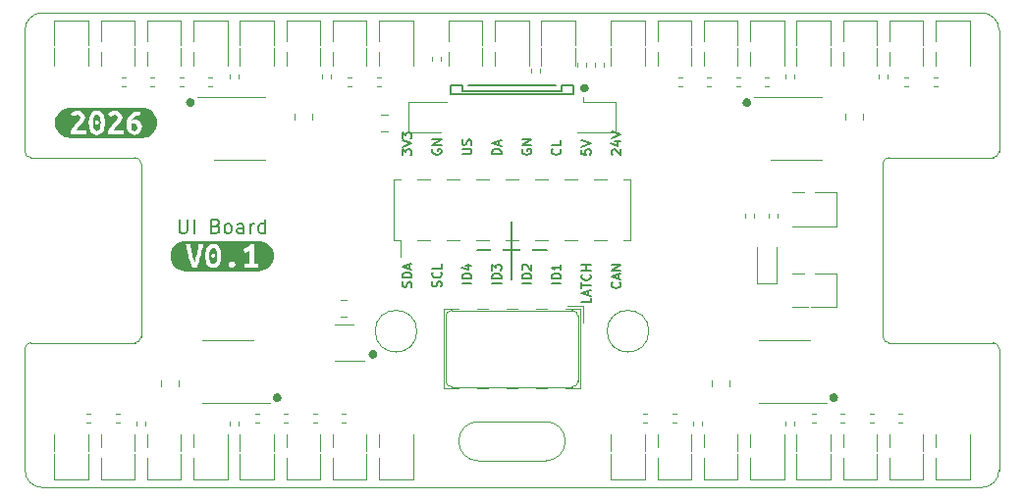
<source format=gto>
G04 #@! TF.GenerationSoftware,KiCad,Pcbnew,6.0.10+dfsg-1~bpo11+1*
G04 #@! TF.ProjectId,project,70726f6a-6563-4742-9e6b-696361645f70,rev?*
G04 #@! TF.SameCoordinates,Original*
G04 #@! TF.FileFunction,Legend,Top*
G04 #@! TF.FilePolarity,Positive*
%FSLAX46Y46*%
G04 Gerber Fmt 4.6, Leading zero omitted, Abs format (unit mm)*
%MOMM*%
%LPD*%
G01*
G04 APERTURE LIST*
%ADD10C,0.150000*%
%ADD11C,0.750000*%
G04 #@! TA.AperFunction,Profile*
%ADD12C,0.100000*%
G04 #@! TD*
%ADD13C,0.120000*%
%ADD14R,1.500000X1.850000*%
%ADD15O,3.000000X2.000000*%
%ADD16C,1.552000*%
%ADD17R,1.000000X3.150000*%
%ADD18R,1.000000X1.000000*%
%ADD19C,7.000000*%
%ADD20C,5.000000*%
%ADD21O,2.000000X3.000000*%
G04 APERTURE END LIST*
D10*
X173512500Y-77537500D02*
X173512500Y-76787500D01*
X164012500Y-77287500D02*
X164012500Y-76787500D01*
X168262500Y-88537500D02*
X168262500Y-93537500D01*
X164012500Y-76787500D02*
X163012500Y-76787500D01*
X164512500Y-76787500D02*
X172012500Y-76787500D01*
D11*
X188512501Y-78287500D02*
G75*
G03*
X188512501Y-78287500I-1J0D01*
G01*
D10*
X163012500Y-77537500D02*
X173512500Y-77537500D01*
X173512500Y-76787500D02*
X172512500Y-76787500D01*
X172512500Y-77287500D02*
X164012500Y-77287500D01*
D11*
X148012501Y-103787500D02*
G75*
G03*
X148012501Y-103787500I-1J0D01*
G01*
X140512501Y-78287500D02*
G75*
G03*
X140512501Y-78287500I-1J0D01*
G01*
D10*
X171262500Y-91037500D02*
X165262500Y-91037500D01*
X163012500Y-76787500D02*
X163012500Y-77537500D01*
D11*
X174512501Y-77037500D02*
G75*
G03*
X174512501Y-77037500I-1J0D01*
G01*
X156262501Y-100037500D02*
G75*
G03*
X156262501Y-100037500I-1J0D01*
G01*
X196012501Y-103787500D02*
G75*
G03*
X196012501Y-103787500I-1J0D01*
G01*
D10*
X172512500Y-76787500D02*
X172512500Y-77287500D01*
D12*
X127762500Y-70537500D02*
G75*
G03*
X126262500Y-72037500I0J-1500000D01*
G01*
X171162500Y-109237500D02*
G75*
G03*
X171162500Y-105837500I3000J1700000D01*
G01*
X173462500Y-102837500D02*
X163062500Y-102837500D01*
X165362500Y-105837500D02*
G75*
G03*
X165362500Y-109237500I-3000J-1700000D01*
G01*
X210262500Y-72037500D02*
G75*
G03*
X208762500Y-70537500I-1500000J0D01*
G01*
X126262500Y-99537500D02*
X126262500Y-110037500D01*
X208262500Y-111537500D02*
X128262500Y-111537500D01*
X200262500Y-98537500D02*
X200262500Y-83537500D01*
X200762500Y-83037500D02*
X209762500Y-83037500D01*
X208762500Y-70537500D02*
X127762500Y-70537500D01*
X180062500Y-98037500D02*
G75*
G03*
X180062500Y-98037500I-1800000J0D01*
G01*
X162562500Y-102337500D02*
X162562500Y-96737500D01*
X173962500Y-96737500D02*
G75*
G03*
X173462500Y-96237500I-500000J0D01*
G01*
X209762500Y-99037500D02*
X200762500Y-99037500D01*
X163062500Y-96237500D02*
G75*
G03*
X162562500Y-96737500I0J-500000D01*
G01*
X160062500Y-98037500D02*
G75*
G03*
X160062500Y-98037500I-1800000J0D01*
G01*
X135762500Y-99037500D02*
G75*
G03*
X136262500Y-98537500I0J500000D01*
G01*
X173462500Y-102837500D02*
G75*
G03*
X173962500Y-102337500I0J500000D01*
G01*
X165362500Y-105837500D02*
X171162500Y-105837500D01*
X200262500Y-98537500D02*
G75*
G03*
X200762500Y-99037500I500000J0D01*
G01*
X135762500Y-99037500D02*
X126762500Y-99037500D01*
X126262500Y-110037500D02*
G75*
G03*
X127762500Y-111537500I1500000J0D01*
G01*
X210262500Y-82537500D02*
X210262500Y-72037500D01*
X126262500Y-82537500D02*
G75*
G03*
X126762500Y-83037500I500000J0D01*
G01*
X208762500Y-111537500D02*
X208262500Y-111537500D01*
X171162500Y-109237500D02*
X165362500Y-109237500D01*
X126762500Y-99037500D02*
G75*
G03*
X126262500Y-99537500I0J-500000D01*
G01*
X200762500Y-83037500D02*
G75*
G03*
X200262500Y-83537500I0J-500000D01*
G01*
X173962500Y-96737500D02*
X173962500Y-102337500D01*
X208762500Y-111537500D02*
G75*
G03*
X210262500Y-110037500I0J1500000D01*
G01*
X136262500Y-83537500D02*
X136262500Y-98537500D01*
X126262500Y-72037500D02*
X126262500Y-82537500D01*
X209762500Y-83037500D02*
G75*
G03*
X210262500Y-82537500I0J500000D01*
G01*
X136262500Y-83537500D02*
G75*
G03*
X135762500Y-83037500I-500000J0D01*
G01*
X210262500Y-99537500D02*
X210262500Y-110037500D01*
X163062500Y-96237500D02*
X173462500Y-96237500D01*
X127762500Y-111537500D02*
X128262500Y-111537500D01*
X126762500Y-83037500D02*
X135762500Y-83037500D01*
X162562500Y-102337500D02*
G75*
G03*
X163062500Y-102837500I500000J0D01*
G01*
X210262500Y-99537500D02*
G75*
G03*
X209762500Y-99037500I-500000J0D01*
G01*
D10*
X158808404Y-82825714D02*
X158808404Y-82330476D01*
X159113166Y-82597142D01*
X159113166Y-82482857D01*
X159151261Y-82406666D01*
X159189357Y-82368571D01*
X159265547Y-82330476D01*
X159456023Y-82330476D01*
X159532214Y-82368571D01*
X159570309Y-82406666D01*
X159608404Y-82482857D01*
X159608404Y-82711428D01*
X159570309Y-82787619D01*
X159532214Y-82825714D01*
X158808404Y-82101904D02*
X159608404Y-81835238D01*
X158808404Y-81568571D01*
X158808404Y-81378095D02*
X158808404Y-80882857D01*
X159113166Y-81149523D01*
X159113166Y-81035238D01*
X159151261Y-80959047D01*
X159189357Y-80920952D01*
X159265547Y-80882857D01*
X159456023Y-80882857D01*
X159532214Y-80920952D01*
X159570309Y-80959047D01*
X159608404Y-81035238D01*
X159608404Y-81263809D01*
X159570309Y-81340000D01*
X159532214Y-81378095D01*
X161422500Y-82330476D02*
X161384404Y-82406666D01*
X161384404Y-82520952D01*
X161422500Y-82635238D01*
X161498690Y-82711428D01*
X161574880Y-82749523D01*
X161727261Y-82787619D01*
X161841547Y-82787619D01*
X161993928Y-82749523D01*
X162070119Y-82711428D01*
X162146309Y-82635238D01*
X162184404Y-82520952D01*
X162184404Y-82444761D01*
X162146309Y-82330476D01*
X162108214Y-82292380D01*
X161841547Y-82292380D01*
X161841547Y-82444761D01*
X162184404Y-81949523D02*
X161384404Y-81949523D01*
X162184404Y-81492380D01*
X161384404Y-81492380D01*
X163960404Y-82749523D02*
X164608023Y-82749523D01*
X164684214Y-82711428D01*
X164722309Y-82673333D01*
X164760404Y-82597142D01*
X164760404Y-82444761D01*
X164722309Y-82368571D01*
X164684214Y-82330476D01*
X164608023Y-82292380D01*
X163960404Y-82292380D01*
X164722309Y-81949523D02*
X164760404Y-81835238D01*
X164760404Y-81644761D01*
X164722309Y-81568571D01*
X164684214Y-81530476D01*
X164608023Y-81492380D01*
X164531833Y-81492380D01*
X164455642Y-81530476D01*
X164417547Y-81568571D01*
X164379452Y-81644761D01*
X164341357Y-81797142D01*
X164303261Y-81873333D01*
X164265166Y-81911428D01*
X164188976Y-81949523D01*
X164112785Y-81949523D01*
X164036595Y-81911428D01*
X163998500Y-81873333D01*
X163960404Y-81797142D01*
X163960404Y-81606666D01*
X163998500Y-81492380D01*
X167336404Y-82749523D02*
X166536404Y-82749523D01*
X166536404Y-82559047D01*
X166574500Y-82444761D01*
X166650690Y-82368571D01*
X166726880Y-82330476D01*
X166879261Y-82292380D01*
X166993547Y-82292380D01*
X167145928Y-82330476D01*
X167222119Y-82368571D01*
X167298309Y-82444761D01*
X167336404Y-82559047D01*
X167336404Y-82749523D01*
X167107833Y-81987619D02*
X167107833Y-81606666D01*
X167336404Y-82063809D02*
X166536404Y-81797142D01*
X167336404Y-81530476D01*
X169150500Y-82330476D02*
X169112404Y-82406666D01*
X169112404Y-82520952D01*
X169150500Y-82635238D01*
X169226690Y-82711428D01*
X169302880Y-82749523D01*
X169455261Y-82787619D01*
X169569547Y-82787619D01*
X169721928Y-82749523D01*
X169798119Y-82711428D01*
X169874309Y-82635238D01*
X169912404Y-82520952D01*
X169912404Y-82444761D01*
X169874309Y-82330476D01*
X169836214Y-82292380D01*
X169569547Y-82292380D01*
X169569547Y-82444761D01*
X169912404Y-81949523D02*
X169112404Y-81949523D01*
X169912404Y-81492380D01*
X169112404Y-81492380D01*
X172412214Y-82292380D02*
X172450309Y-82330476D01*
X172488404Y-82444761D01*
X172488404Y-82520952D01*
X172450309Y-82635238D01*
X172374119Y-82711428D01*
X172297928Y-82749523D01*
X172145547Y-82787619D01*
X172031261Y-82787619D01*
X171878880Y-82749523D01*
X171802690Y-82711428D01*
X171726500Y-82635238D01*
X171688404Y-82520952D01*
X171688404Y-82444761D01*
X171726500Y-82330476D01*
X171764595Y-82292380D01*
X172488404Y-81568571D02*
X172488404Y-81949523D01*
X171688404Y-81949523D01*
X174264404Y-82368571D02*
X174264404Y-82749523D01*
X174645357Y-82787619D01*
X174607261Y-82749523D01*
X174569166Y-82673333D01*
X174569166Y-82482857D01*
X174607261Y-82406666D01*
X174645357Y-82368571D01*
X174721547Y-82330476D01*
X174912023Y-82330476D01*
X174988214Y-82368571D01*
X175026309Y-82406666D01*
X175064404Y-82482857D01*
X175064404Y-82673333D01*
X175026309Y-82749523D01*
X174988214Y-82787619D01*
X174264404Y-82101904D02*
X175064404Y-81835238D01*
X174264404Y-81568571D01*
X176916595Y-82787619D02*
X176878500Y-82749523D01*
X176840404Y-82673333D01*
X176840404Y-82482857D01*
X176878500Y-82406666D01*
X176916595Y-82368571D01*
X176992785Y-82330476D01*
X177068976Y-82330476D01*
X177183261Y-82368571D01*
X177640404Y-82825714D01*
X177640404Y-82330476D01*
X177107071Y-81644761D02*
X177640404Y-81644761D01*
X176802309Y-81835238D02*
X177373738Y-82025714D01*
X177373738Y-81530476D01*
X176840404Y-81340000D02*
X177640404Y-81073333D01*
X176840404Y-80806666D01*
X139576785Y-88380357D02*
X139576785Y-89351785D01*
X139633928Y-89466071D01*
X139691071Y-89523214D01*
X139805357Y-89580357D01*
X140033928Y-89580357D01*
X140148214Y-89523214D01*
X140205357Y-89466071D01*
X140262500Y-89351785D01*
X140262500Y-88380357D01*
X140833928Y-89580357D02*
X140833928Y-88380357D01*
X142719642Y-88951785D02*
X142891071Y-89008928D01*
X142948214Y-89066071D01*
X143005357Y-89180357D01*
X143005357Y-89351785D01*
X142948214Y-89466071D01*
X142891071Y-89523214D01*
X142776785Y-89580357D01*
X142319642Y-89580357D01*
X142319642Y-88380357D01*
X142719642Y-88380357D01*
X142833928Y-88437500D01*
X142891071Y-88494642D01*
X142948214Y-88608928D01*
X142948214Y-88723214D01*
X142891071Y-88837500D01*
X142833928Y-88894642D01*
X142719642Y-88951785D01*
X142319642Y-88951785D01*
X143691071Y-89580357D02*
X143576785Y-89523214D01*
X143519642Y-89466071D01*
X143462500Y-89351785D01*
X143462500Y-89008928D01*
X143519642Y-88894642D01*
X143576785Y-88837500D01*
X143691071Y-88780357D01*
X143862500Y-88780357D01*
X143976785Y-88837500D01*
X144033928Y-88894642D01*
X144091071Y-89008928D01*
X144091071Y-89351785D01*
X144033928Y-89466071D01*
X143976785Y-89523214D01*
X143862500Y-89580357D01*
X143691071Y-89580357D01*
X145119642Y-89580357D02*
X145119642Y-88951785D01*
X145062500Y-88837500D01*
X144948214Y-88780357D01*
X144719642Y-88780357D01*
X144605357Y-88837500D01*
X145119642Y-89523214D02*
X145005357Y-89580357D01*
X144719642Y-89580357D01*
X144605357Y-89523214D01*
X144548214Y-89408928D01*
X144548214Y-89294642D01*
X144605357Y-89180357D01*
X144719642Y-89123214D01*
X145005357Y-89123214D01*
X145119642Y-89066071D01*
X145691071Y-89580357D02*
X145691071Y-88780357D01*
X145691071Y-89008928D02*
X145748214Y-88894642D01*
X145805357Y-88837500D01*
X145919642Y-88780357D01*
X146033928Y-88780357D01*
X146948214Y-89580357D02*
X146948214Y-88380357D01*
X146948214Y-89523214D02*
X146833928Y-89580357D01*
X146605357Y-89580357D01*
X146491071Y-89523214D01*
X146433928Y-89466071D01*
X146376785Y-89351785D01*
X146376785Y-89008928D01*
X146433928Y-88894642D01*
X146491071Y-88837500D01*
X146605357Y-88780357D01*
X146833928Y-88780357D01*
X146948214Y-88837500D01*
X159570309Y-94230238D02*
X159608404Y-94115952D01*
X159608404Y-93925476D01*
X159570309Y-93849285D01*
X159532214Y-93811190D01*
X159456023Y-93773095D01*
X159379833Y-93773095D01*
X159303642Y-93811190D01*
X159265547Y-93849285D01*
X159227452Y-93925476D01*
X159189357Y-94077857D01*
X159151261Y-94154047D01*
X159113166Y-94192142D01*
X159036976Y-94230238D01*
X158960785Y-94230238D01*
X158884595Y-94192142D01*
X158846500Y-94154047D01*
X158808404Y-94077857D01*
X158808404Y-93887380D01*
X158846500Y-93773095D01*
X159608404Y-93430238D02*
X158808404Y-93430238D01*
X158808404Y-93239761D01*
X158846500Y-93125476D01*
X158922690Y-93049285D01*
X158998880Y-93011190D01*
X159151261Y-92973095D01*
X159265547Y-92973095D01*
X159417928Y-93011190D01*
X159494119Y-93049285D01*
X159570309Y-93125476D01*
X159608404Y-93239761D01*
X159608404Y-93430238D01*
X159379833Y-92668333D02*
X159379833Y-92287380D01*
X159608404Y-92744523D02*
X158808404Y-92477857D01*
X159608404Y-92211190D01*
X162146309Y-94192142D02*
X162184404Y-94077857D01*
X162184404Y-93887380D01*
X162146309Y-93811190D01*
X162108214Y-93773095D01*
X162032023Y-93735000D01*
X161955833Y-93735000D01*
X161879642Y-93773095D01*
X161841547Y-93811190D01*
X161803452Y-93887380D01*
X161765357Y-94039761D01*
X161727261Y-94115952D01*
X161689166Y-94154047D01*
X161612976Y-94192142D01*
X161536785Y-94192142D01*
X161460595Y-94154047D01*
X161422500Y-94115952D01*
X161384404Y-94039761D01*
X161384404Y-93849285D01*
X161422500Y-93735000D01*
X162108214Y-92935000D02*
X162146309Y-92973095D01*
X162184404Y-93087380D01*
X162184404Y-93163571D01*
X162146309Y-93277857D01*
X162070119Y-93354047D01*
X161993928Y-93392142D01*
X161841547Y-93430238D01*
X161727261Y-93430238D01*
X161574880Y-93392142D01*
X161498690Y-93354047D01*
X161422500Y-93277857D01*
X161384404Y-93163571D01*
X161384404Y-93087380D01*
X161422500Y-92973095D01*
X161460595Y-92935000D01*
X162184404Y-92211190D02*
X162184404Y-92592142D01*
X161384404Y-92592142D01*
X164760404Y-93887380D02*
X163960404Y-93887380D01*
X164760404Y-93506428D02*
X163960404Y-93506428D01*
X163960404Y-93315952D01*
X163998500Y-93201666D01*
X164074690Y-93125476D01*
X164150880Y-93087380D01*
X164303261Y-93049285D01*
X164417547Y-93049285D01*
X164569928Y-93087380D01*
X164646119Y-93125476D01*
X164722309Y-93201666D01*
X164760404Y-93315952D01*
X164760404Y-93506428D01*
X164227071Y-92363571D02*
X164760404Y-92363571D01*
X163922309Y-92554047D02*
X164493738Y-92744523D01*
X164493738Y-92249285D01*
X167336404Y-93887380D02*
X166536404Y-93887380D01*
X167336404Y-93506428D02*
X166536404Y-93506428D01*
X166536404Y-93315952D01*
X166574500Y-93201666D01*
X166650690Y-93125476D01*
X166726880Y-93087380D01*
X166879261Y-93049285D01*
X166993547Y-93049285D01*
X167145928Y-93087380D01*
X167222119Y-93125476D01*
X167298309Y-93201666D01*
X167336404Y-93315952D01*
X167336404Y-93506428D01*
X166536404Y-92782619D02*
X166536404Y-92287380D01*
X166841166Y-92554047D01*
X166841166Y-92439761D01*
X166879261Y-92363571D01*
X166917357Y-92325476D01*
X166993547Y-92287380D01*
X167184023Y-92287380D01*
X167260214Y-92325476D01*
X167298309Y-92363571D01*
X167336404Y-92439761D01*
X167336404Y-92668333D01*
X167298309Y-92744523D01*
X167260214Y-92782619D01*
X169912404Y-93887380D02*
X169112404Y-93887380D01*
X169912404Y-93506428D02*
X169112404Y-93506428D01*
X169112404Y-93315952D01*
X169150500Y-93201666D01*
X169226690Y-93125476D01*
X169302880Y-93087380D01*
X169455261Y-93049285D01*
X169569547Y-93049285D01*
X169721928Y-93087380D01*
X169798119Y-93125476D01*
X169874309Y-93201666D01*
X169912404Y-93315952D01*
X169912404Y-93506428D01*
X169188595Y-92744523D02*
X169150500Y-92706428D01*
X169112404Y-92630238D01*
X169112404Y-92439761D01*
X169150500Y-92363571D01*
X169188595Y-92325476D01*
X169264785Y-92287380D01*
X169340976Y-92287380D01*
X169455261Y-92325476D01*
X169912404Y-92782619D01*
X169912404Y-92287380D01*
X172488404Y-93887380D02*
X171688404Y-93887380D01*
X172488404Y-93506428D02*
X171688404Y-93506428D01*
X171688404Y-93315952D01*
X171726500Y-93201666D01*
X171802690Y-93125476D01*
X171878880Y-93087380D01*
X172031261Y-93049285D01*
X172145547Y-93049285D01*
X172297928Y-93087380D01*
X172374119Y-93125476D01*
X172450309Y-93201666D01*
X172488404Y-93315952D01*
X172488404Y-93506428D01*
X172488404Y-92287380D02*
X172488404Y-92744523D01*
X172488404Y-92515952D02*
X171688404Y-92515952D01*
X171802690Y-92592142D01*
X171878880Y-92668333D01*
X171916976Y-92744523D01*
X175064404Y-95144523D02*
X175064404Y-95525476D01*
X174264404Y-95525476D01*
X174835833Y-94915952D02*
X174835833Y-94535000D01*
X175064404Y-94992142D02*
X174264404Y-94725476D01*
X175064404Y-94458809D01*
X174264404Y-94306428D02*
X174264404Y-93849285D01*
X175064404Y-94077857D02*
X174264404Y-94077857D01*
X174988214Y-93125476D02*
X175026309Y-93163571D01*
X175064404Y-93277857D01*
X175064404Y-93354047D01*
X175026309Y-93468333D01*
X174950119Y-93544523D01*
X174873928Y-93582619D01*
X174721547Y-93620714D01*
X174607261Y-93620714D01*
X174454880Y-93582619D01*
X174378690Y-93544523D01*
X174302500Y-93468333D01*
X174264404Y-93354047D01*
X174264404Y-93277857D01*
X174302500Y-93163571D01*
X174340595Y-93125476D01*
X175064404Y-92782619D02*
X174264404Y-92782619D01*
X174645357Y-92782619D02*
X174645357Y-92325476D01*
X175064404Y-92325476D02*
X174264404Y-92325476D01*
X177564214Y-93811190D02*
X177602309Y-93849285D01*
X177640404Y-93963571D01*
X177640404Y-94039761D01*
X177602309Y-94154047D01*
X177526119Y-94230238D01*
X177449928Y-94268333D01*
X177297547Y-94306428D01*
X177183261Y-94306428D01*
X177030880Y-94268333D01*
X176954690Y-94230238D01*
X176878500Y-94154047D01*
X176840404Y-94039761D01*
X176840404Y-93963571D01*
X176878500Y-93849285D01*
X176916595Y-93811190D01*
X177411833Y-93506428D02*
X177411833Y-93125476D01*
X177640404Y-93582619D02*
X176840404Y-93315952D01*
X177640404Y-93049285D01*
X177640404Y-92782619D02*
X176840404Y-92782619D01*
X177640404Y-92325476D01*
X176840404Y-92325476D01*
D13*
X162342500Y-96127500D02*
X162342500Y-102947500D01*
X166192500Y-96127500D02*
X165252500Y-96127500D01*
X166192500Y-102947500D02*
X165252500Y-102947500D01*
X174182500Y-96127500D02*
X172872500Y-96127500D01*
X163652500Y-96127500D02*
X162342500Y-96127500D01*
X163652500Y-102947500D02*
X162342500Y-102947500D01*
X171272500Y-96127500D02*
X170332500Y-96127500D01*
X174422500Y-95887500D02*
X173039500Y-95887500D01*
X168732500Y-96127500D02*
X167792500Y-96127500D01*
X174422500Y-95887500D02*
X174422500Y-97270500D01*
X174182500Y-96127500D02*
X174182500Y-102947500D01*
X168732500Y-102947500D02*
X167792500Y-102947500D01*
X171272500Y-102947500D02*
X170332500Y-102947500D01*
X174182500Y-102947500D02*
X172872500Y-102947500D01*
X187722500Y-75137500D02*
X187722500Y-71252500D01*
X187722500Y-71252500D02*
X184802500Y-71252500D01*
X184802500Y-71252500D02*
X184802500Y-75137500D01*
X155722500Y-71252500D02*
X152802500Y-71252500D01*
X152802500Y-71252500D02*
X152802500Y-75137500D01*
X155722500Y-75137500D02*
X155722500Y-71252500D01*
X197027500Y-79276248D02*
X197027500Y-79798752D01*
X198497500Y-79276248D02*
X198497500Y-79798752D01*
X140802500Y-110822500D02*
X143722500Y-110822500D01*
X143722500Y-110822500D02*
X143722500Y-106937500D01*
X140802500Y-106937500D02*
X140802500Y-110822500D01*
X192802500Y-71252500D02*
X192802500Y-75137500D01*
X195722500Y-75137500D02*
X195722500Y-71252500D01*
X195722500Y-71252500D02*
X192802500Y-71252500D01*
X151430121Y-105917500D02*
X151094879Y-105917500D01*
X151430121Y-105157500D02*
X151094879Y-105157500D01*
X136802500Y-106937500D02*
X136802500Y-110822500D01*
X136802500Y-110822500D02*
X139722500Y-110822500D01*
X139722500Y-110822500D02*
X139722500Y-106937500D01*
X156802500Y-110822500D02*
X159722500Y-110822500D01*
X156802500Y-106937500D02*
X156802500Y-110822500D01*
X159722500Y-110822500D02*
X159722500Y-106937500D01*
X137094879Y-76917500D02*
X137430121Y-76917500D01*
X137094879Y-76157500D02*
X137430121Y-76157500D01*
X134594879Y-76917500D02*
X134930121Y-76917500D01*
X134594879Y-76157500D02*
X134930121Y-76157500D01*
X185094879Y-76917500D02*
X185430121Y-76917500D01*
X185094879Y-76157500D02*
X185430121Y-76157500D01*
X153762500Y-97477500D02*
X154562500Y-97477500D01*
X153762500Y-100597500D02*
X152962500Y-100597500D01*
X153762500Y-100597500D02*
X155562500Y-100597500D01*
X153762500Y-97477500D02*
X152962500Y-97477500D01*
X190382500Y-87869879D02*
X190382500Y-88205121D01*
X191142500Y-87869879D02*
X191142500Y-88205121D01*
X183722500Y-110822500D02*
X183722500Y-106937500D01*
X180802500Y-110822500D02*
X183722500Y-110822500D01*
X180802500Y-106937500D02*
X180802500Y-110822500D01*
X200802500Y-106937500D02*
X200802500Y-110822500D01*
X200802500Y-110822500D02*
X203722500Y-110822500D01*
X203722500Y-110822500D02*
X203722500Y-106937500D01*
X176802500Y-71252500D02*
X176802500Y-75137500D01*
X179722500Y-71252500D02*
X176802500Y-71252500D01*
X179722500Y-75137500D02*
X179722500Y-71252500D01*
X182594879Y-76157500D02*
X182930121Y-76157500D01*
X182594879Y-76917500D02*
X182930121Y-76917500D01*
X204802500Y-110822500D02*
X207722500Y-110822500D01*
X204802500Y-106937500D02*
X204802500Y-110822500D01*
X207722500Y-110822500D02*
X207722500Y-106937500D01*
X201930121Y-105917500D02*
X201594879Y-105917500D01*
X201930121Y-105157500D02*
X201594879Y-105157500D01*
X188802500Y-71252500D02*
X188802500Y-75137500D01*
X191722500Y-71252500D02*
X188802500Y-71252500D01*
X191722500Y-75137500D02*
X191722500Y-71252500D01*
X148802500Y-71252500D02*
X148802500Y-75137500D01*
X151722500Y-71252500D02*
X148802500Y-71252500D01*
X151722500Y-75137500D02*
X151722500Y-71252500D01*
X150997500Y-79276248D02*
X150997500Y-79798752D01*
X149527500Y-79276248D02*
X149527500Y-79798752D01*
X144762500Y-77802500D02*
X141162500Y-77802500D01*
X144762500Y-83272500D02*
X142562500Y-83272500D01*
X144762500Y-77802500D02*
X146962500Y-77802500D01*
X144762500Y-83272500D02*
X146962500Y-83272500D01*
X142094879Y-76917500D02*
X142430121Y-76917500D01*
X142094879Y-76157500D02*
X142430121Y-76157500D01*
X143722500Y-71252500D02*
X140802500Y-71252500D01*
X140802500Y-71252500D02*
X140802500Y-75137500D01*
X143722500Y-75137500D02*
X143722500Y-71252500D01*
X199722500Y-110822500D02*
X199722500Y-106937500D01*
X196802500Y-110822500D02*
X199722500Y-110822500D01*
X196802500Y-106937500D02*
X196802500Y-110822500D01*
X196930121Y-105157500D02*
X196594879Y-105157500D01*
X196930121Y-105917500D02*
X196594879Y-105917500D01*
X131594879Y-105917500D02*
X131930121Y-105917500D01*
X131594879Y-105157500D02*
X131930121Y-105157500D01*
X179722500Y-110822500D02*
X179722500Y-106937500D01*
X176802500Y-106937500D02*
X176802500Y-110822500D01*
X176802500Y-110822500D02*
X179722500Y-110822500D01*
X192642500Y-106205121D02*
X192642500Y-105869879D01*
X191882500Y-106205121D02*
X191882500Y-105869879D01*
X160132500Y-90137500D02*
X161152500Y-90137500D01*
X158042500Y-90137500D02*
X158042500Y-84937500D01*
X158612500Y-91577500D02*
X158612500Y-90137500D01*
X167752500Y-90137500D02*
X168772500Y-90137500D01*
X177912500Y-84937500D02*
X178482500Y-84937500D01*
X165212500Y-90137500D02*
X166232500Y-90137500D01*
X172832500Y-84937500D02*
X173852500Y-84937500D01*
X167752500Y-84937500D02*
X168772500Y-84937500D01*
X162672500Y-84937500D02*
X163692500Y-84937500D01*
X165212500Y-84937500D02*
X166232500Y-84937500D01*
X162672500Y-90137500D02*
X163692500Y-90137500D01*
X170292500Y-90137500D02*
X171312500Y-90137500D01*
X158042500Y-90137500D02*
X158612500Y-90137500D01*
X170292500Y-84937500D02*
X171312500Y-84937500D01*
X172832500Y-90137500D02*
X173852500Y-90137500D01*
X178482500Y-90137500D02*
X178482500Y-84937500D01*
X158042500Y-84937500D02*
X158612500Y-84937500D01*
X175372500Y-90137500D02*
X176392500Y-90137500D01*
X175372500Y-84937500D02*
X176392500Y-84937500D01*
X160132500Y-84937500D02*
X161152500Y-84937500D01*
X177912500Y-90137500D02*
X178482500Y-90137500D01*
X204930121Y-76917500D02*
X204594879Y-76917500D01*
X204930121Y-76157500D02*
X204594879Y-76157500D01*
X134094879Y-105187500D02*
X134430121Y-105187500D01*
X134094879Y-105947500D02*
X134430121Y-105947500D01*
X139497500Y-102798752D02*
X139497500Y-102276248D01*
X138027500Y-102798752D02*
X138027500Y-102276248D01*
X136802500Y-71252500D02*
X136802500Y-75137500D01*
X139722500Y-75137500D02*
X139722500Y-71252500D01*
X139722500Y-71252500D02*
X136802500Y-71252500D01*
X189412500Y-93937500D02*
X189412500Y-90787500D01*
X191112500Y-93937500D02*
X191112500Y-90787500D01*
X189412500Y-93937500D02*
X191112500Y-93937500D01*
X191762500Y-104272500D02*
X189562500Y-104272500D01*
X191762500Y-98802500D02*
X189562500Y-98802500D01*
X191762500Y-98802500D02*
X193962500Y-98802500D01*
X191762500Y-104272500D02*
X195362500Y-104272500D01*
X184802500Y-106937500D02*
X184802500Y-110822500D01*
X184802500Y-110822500D02*
X187722500Y-110822500D01*
X187722500Y-110822500D02*
X187722500Y-106937500D01*
X192802500Y-106937500D02*
X192802500Y-110822500D01*
X195722500Y-110822500D02*
X195722500Y-106937500D01*
X192802500Y-110822500D02*
X195722500Y-110822500D01*
X132802500Y-110822500D02*
X135722500Y-110822500D01*
X135722500Y-110822500D02*
X135722500Y-106937500D01*
X132802500Y-106937500D02*
X132802500Y-110822500D01*
X131722500Y-71252500D02*
X128802500Y-71252500D01*
X128802500Y-71252500D02*
X128802500Y-75137500D01*
X131722500Y-75137500D02*
X131722500Y-71252500D01*
X144802500Y-106937500D02*
X144802500Y-110822500D01*
X147722500Y-110822500D02*
X147722500Y-106937500D01*
X144802500Y-110822500D02*
X147722500Y-110822500D01*
X202430121Y-76887500D02*
X202094879Y-76887500D01*
X202430121Y-76127500D02*
X202094879Y-76127500D01*
X135722500Y-75137500D02*
X135722500Y-71252500D01*
X132802500Y-71252500D02*
X132802500Y-75137500D01*
X135722500Y-71252500D02*
X132802500Y-71252500D01*
X188802500Y-106937500D02*
X188802500Y-110822500D01*
X191722500Y-110822500D02*
X191722500Y-106937500D01*
X188802500Y-110822500D02*
X191722500Y-110822500D01*
X207722500Y-75137500D02*
X207722500Y-71252500D01*
X207722500Y-71252500D02*
X204802500Y-71252500D01*
X204802500Y-71252500D02*
X204802500Y-75137500D01*
X153930121Y-105157500D02*
X153594879Y-105157500D01*
X153930121Y-105917500D02*
X153594879Y-105917500D01*
X144642500Y-106205121D02*
X144642500Y-105869879D01*
X143882500Y-106205121D02*
X143882500Y-105869879D01*
X151882500Y-75869879D02*
X151882500Y-76205121D01*
X152642500Y-75869879D02*
X152642500Y-76205121D01*
X174362500Y-77837500D02*
X174362500Y-78237500D01*
X177162500Y-78237500D02*
X177162500Y-80837500D01*
X159362500Y-78237500D02*
X162662500Y-78237500D01*
X177162500Y-80837500D02*
X173862500Y-80837500D01*
X159362500Y-80837500D02*
X159362500Y-78237500D01*
X162162500Y-80837500D02*
X159362500Y-80837500D01*
X174362500Y-78237500D02*
X177162500Y-78237500D01*
X157001248Y-80772500D02*
X157523752Y-80772500D01*
X157001248Y-79302500D02*
X157523752Y-79302500D01*
X173722500Y-75137500D02*
X173722500Y-71252500D01*
X173722500Y-71252500D02*
X170802500Y-71252500D01*
X170802500Y-71252500D02*
X170802500Y-75137500D01*
X192400000Y-95960000D02*
X196285000Y-95960000D01*
X196285000Y-95960000D02*
X196285000Y-93040000D01*
X196285000Y-93040000D02*
X192400000Y-93040000D01*
X152802500Y-106937500D02*
X152802500Y-110822500D01*
X152802500Y-110822500D02*
X155722500Y-110822500D01*
X155722500Y-110822500D02*
X155722500Y-106937500D01*
X194430121Y-105917500D02*
X194094879Y-105917500D01*
X194430121Y-105157500D02*
X194094879Y-105157500D01*
X192762500Y-77802500D02*
X194962500Y-77802500D01*
X192762500Y-83272500D02*
X190562500Y-83272500D01*
X192762500Y-83272500D02*
X194962500Y-83272500D01*
X192762500Y-77802500D02*
X189162500Y-77802500D01*
X190094879Y-76157500D02*
X190430121Y-76157500D01*
X190094879Y-76917500D02*
X190430121Y-76917500D01*
X199722500Y-75137500D02*
X199722500Y-71252500D01*
X196802500Y-71252500D02*
X196802500Y-75137500D01*
X199722500Y-71252500D02*
X196802500Y-71252500D01*
X180802500Y-71252500D02*
X180802500Y-75137500D01*
X183722500Y-71252500D02*
X180802500Y-71252500D01*
X183722500Y-75137500D02*
X183722500Y-71252500D01*
X131722500Y-110822500D02*
X131722500Y-106937500D01*
X128802500Y-106937500D02*
X128802500Y-110822500D01*
X128802500Y-110822500D02*
X131722500Y-110822500D01*
X159722500Y-71252500D02*
X156802500Y-71252500D01*
X156802500Y-71252500D02*
X156802500Y-75137500D01*
X159722500Y-75137500D02*
X159722500Y-71252500D01*
X156930121Y-76917500D02*
X156594879Y-76917500D01*
X156930121Y-76157500D02*
X156594879Y-76157500D01*
X189142500Y-87869879D02*
X189142500Y-88205121D01*
X188382500Y-87869879D02*
X188382500Y-88205121D01*
X144802500Y-71252500D02*
X144802500Y-75137500D01*
X147722500Y-75137500D02*
X147722500Y-71252500D01*
X147722500Y-71252500D02*
X144802500Y-71252500D01*
X148802500Y-110822500D02*
X151722500Y-110822500D01*
X151722500Y-110822500D02*
X151722500Y-106937500D01*
X148802500Y-106937500D02*
X148802500Y-110822500D01*
X148930121Y-105917500D02*
X148594879Y-105917500D01*
X148930121Y-105157500D02*
X148594879Y-105157500D01*
X183882500Y-106205121D02*
X183882500Y-105869879D01*
X184642500Y-106205121D02*
X184642500Y-105869879D01*
X136642500Y-106205121D02*
X136642500Y-105869879D01*
X135882500Y-106205121D02*
X135882500Y-105869879D01*
X146430121Y-105157500D02*
X146094879Y-105157500D01*
X146430121Y-105917500D02*
X146094879Y-105917500D01*
X192400000Y-88960000D02*
X196285000Y-88960000D01*
X196285000Y-86040000D02*
X192400000Y-86040000D01*
X196285000Y-88960000D02*
X196285000Y-86040000D01*
X199882500Y-75869879D02*
X199882500Y-76205121D01*
X200642500Y-75869879D02*
X200642500Y-76205121D01*
X185527500Y-102798752D02*
X185527500Y-102276248D01*
X186997500Y-102798752D02*
X186997500Y-102276248D01*
X199430121Y-105157500D02*
X199094879Y-105157500D01*
X199430121Y-105917500D02*
X199094879Y-105917500D01*
G36*
X142499980Y-92238631D02*
G01*
X142357007Y-92193800D01*
X142251191Y-92059309D01*
X142202726Y-91921273D01*
X142173647Y-91746260D01*
X142163954Y-91534269D01*
X142165444Y-91501959D01*
X142322274Y-91501959D01*
X142370739Y-91652201D01*
X142503211Y-91715206D01*
X142630836Y-91652201D01*
X142680917Y-91501959D01*
X142630836Y-91350101D01*
X142503211Y-91285481D01*
X142370739Y-91350101D01*
X142322274Y-91501959D01*
X142165444Y-91501959D01*
X142173647Y-91324073D01*
X142202726Y-91150137D01*
X142251191Y-91012460D01*
X142357007Y-90877968D01*
X142499980Y-90833138D01*
X142644972Y-90877968D01*
X142750384Y-91012460D01*
X142797951Y-91150137D01*
X142826492Y-91324073D01*
X142836006Y-91534269D01*
X142826492Y-91746260D01*
X142797951Y-91921273D01*
X142750384Y-92059309D01*
X142644972Y-92193800D01*
X142503211Y-92237632D01*
X142499980Y-92238631D01*
G37*
G36*
X139862322Y-92825144D02*
G01*
X139616037Y-92750434D01*
X139389059Y-92629112D01*
X139190111Y-92465839D01*
X139026839Y-92266892D01*
X138905517Y-92039914D01*
X138830807Y-91793628D01*
X138805580Y-91537500D01*
X138830807Y-91281372D01*
X138905517Y-91035086D01*
X139026839Y-90808108D01*
X139190111Y-90609161D01*
X139275461Y-90539116D01*
X140118720Y-90539116D01*
X140155876Y-90720053D01*
X140209188Y-90946224D01*
X140251909Y-91115493D01*
X140298221Y-91291584D01*
X140348122Y-91474495D01*
X140400895Y-91660997D01*
X140455823Y-91847857D01*
X140512904Y-92035077D01*
X140597718Y-92301636D01*
X140677686Y-92539116D01*
X141088025Y-92539116D01*
X141149773Y-92366974D01*
X141210086Y-92190884D01*
X141268962Y-92010844D01*
X141325505Y-91829907D01*
X141378817Y-91651124D01*
X141411949Y-91534269D01*
X141805311Y-91534269D01*
X141816418Y-91782250D01*
X141849737Y-91996305D01*
X141905271Y-92176434D01*
X141983017Y-92322637D01*
X142119438Y-92466238D01*
X142291759Y-92552399D01*
X142499980Y-92581119D01*
X142708201Y-92552399D01*
X142880522Y-92466238D01*
X143016943Y-92322637D01*
X143037561Y-92283865D01*
X143827928Y-92283865D01*
X143852161Y-92408259D01*
X143916781Y-92498728D01*
X144008865Y-92555271D01*
X144118720Y-92574657D01*
X144319043Y-92500343D01*
X144406280Y-92283865D01*
X144319043Y-92073849D01*
X144118720Y-91999536D01*
X144008865Y-92018922D01*
X143916781Y-92073849D01*
X143852161Y-92162702D01*
X143827928Y-92283865D01*
X143037561Y-92283865D01*
X143094689Y-92176434D01*
X143150222Y-91996305D01*
X143183542Y-91782250D01*
X143194649Y-91534269D01*
X143183542Y-91287803D01*
X143150222Y-91075061D01*
X143113263Y-90955917D01*
X145078332Y-90955917D01*
X145207573Y-91285481D01*
X145404665Y-91206321D01*
X145611450Y-91091620D01*
X145611450Y-92209552D01*
X145191418Y-92209552D01*
X145191418Y-92539116D01*
X146406280Y-92539116D01*
X146406280Y-92209552D01*
X146008865Y-92209552D01*
X146008865Y-90539116D01*
X145737460Y-90539116D01*
X145598526Y-90665125D01*
X145427282Y-90781442D01*
X145246345Y-90881603D01*
X145078332Y-90955917D01*
X143113263Y-90955917D01*
X143094689Y-90896042D01*
X143016943Y-90750747D01*
X142880522Y-90608044D01*
X142708201Y-90522422D01*
X142499980Y-90493881D01*
X142294990Y-90522601D01*
X142123746Y-90608762D01*
X141986248Y-90752363D01*
X141907088Y-90898162D01*
X141850545Y-91077080D01*
X141816620Y-91289116D01*
X141805311Y-91534269D01*
X141411949Y-91534269D01*
X141428897Y-91474495D01*
X141497557Y-91217225D01*
X141558138Y-90972072D01*
X141610238Y-90744285D01*
X141653453Y-90539116D01*
X141236652Y-90539116D01*
X141207573Y-90707128D01*
X141172032Y-90900989D01*
X141131644Y-91110602D01*
X141088025Y-91325868D01*
X141041175Y-91542347D01*
X140991095Y-91755594D01*
X140939398Y-91955513D01*
X140887702Y-92132007D01*
X140835602Y-91953090D01*
X140782694Y-91752363D01*
X140730998Y-91539116D01*
X140682532Y-91322637D01*
X140637702Y-91107775D01*
X140596910Y-90899374D01*
X140562985Y-90706725D01*
X140538752Y-90539116D01*
X140118720Y-90539116D01*
X139275461Y-90539116D01*
X139389059Y-90445888D01*
X139616037Y-90324566D01*
X139862322Y-90249856D01*
X140118450Y-90224630D01*
X146406550Y-90224630D01*
X146662678Y-90249856D01*
X146908963Y-90324566D01*
X147135941Y-90445888D01*
X147334889Y-90609161D01*
X147498161Y-90808108D01*
X147619483Y-91035086D01*
X147694193Y-91281372D01*
X147719420Y-91537500D01*
X147694193Y-91793628D01*
X147619483Y-92039914D01*
X147498161Y-92266892D01*
X147334889Y-92465839D01*
X147135941Y-92629112D01*
X146908963Y-92750434D01*
X146662678Y-92825144D01*
X146406550Y-92850370D01*
X140118450Y-92850370D01*
X139862322Y-92825144D01*
G37*
X182094879Y-105187500D02*
X182430121Y-105187500D01*
X182094879Y-105947500D02*
X182430121Y-105947500D01*
X139594879Y-76157500D02*
X139930121Y-76157500D01*
X139594879Y-76917500D02*
X139930121Y-76917500D01*
X203722500Y-75137500D02*
X203722500Y-71252500D01*
X203722500Y-71252500D02*
X200802500Y-71252500D01*
X200802500Y-71252500D02*
X200802500Y-75137500D01*
X175382500Y-75205121D02*
X175382500Y-74869879D01*
X176142500Y-75205121D02*
X176142500Y-74869879D01*
X143762500Y-98802500D02*
X145962500Y-98802500D01*
X143762500Y-98802500D02*
X141562500Y-98802500D01*
X143762500Y-104272500D02*
X147362500Y-104272500D01*
X143762500Y-104272500D02*
X141562500Y-104272500D01*
X153501248Y-96772500D02*
X154023752Y-96772500D01*
X153501248Y-95302500D02*
X154023752Y-95302500D01*
X165722500Y-71252500D02*
X162802500Y-71252500D01*
X162802500Y-71252500D02*
X162802500Y-75137500D01*
X165722500Y-75137500D02*
X165722500Y-71252500D01*
X179594879Y-105917500D02*
X179930121Y-105917500D01*
X179594879Y-105157500D02*
X179930121Y-105157500D01*
X169882500Y-75705121D02*
X169882500Y-75369879D01*
X170642500Y-75705121D02*
X170642500Y-75369879D01*
X187594879Y-76157500D02*
X187930121Y-76157500D01*
X187594879Y-76917500D02*
X187930121Y-76917500D01*
X166802500Y-71252500D02*
X166802500Y-75137500D01*
X169722500Y-71252500D02*
X166802500Y-71252500D01*
X169722500Y-75137500D02*
X169722500Y-71252500D01*
X174642500Y-74869879D02*
X174642500Y-75205121D01*
X173882500Y-74869879D02*
X173882500Y-75205121D01*
X161382500Y-74705121D02*
X161382500Y-74369879D01*
X162142500Y-74705121D02*
X162142500Y-74369879D01*
X143882500Y-75869879D02*
X143882500Y-76205121D01*
X144642500Y-75869879D02*
X144642500Y-76205121D01*
G36*
X132457977Y-80738631D02*
G01*
X132315004Y-80693800D01*
X132209188Y-80559309D01*
X132160723Y-80421273D01*
X132131644Y-80246260D01*
X132121951Y-80034269D01*
X132123441Y-80001959D01*
X132280271Y-80001959D01*
X132328736Y-80152201D01*
X132461208Y-80215206D01*
X132588833Y-80152201D01*
X132638914Y-80001959D01*
X132588833Y-79850101D01*
X132461208Y-79785481D01*
X132328736Y-79850101D01*
X132280271Y-80001959D01*
X132123441Y-80001959D01*
X132131644Y-79824073D01*
X132160723Y-79650137D01*
X132209188Y-79512460D01*
X132315004Y-79377968D01*
X132457977Y-79333138D01*
X132602968Y-79377968D01*
X132708380Y-79512460D01*
X132755948Y-79650137D01*
X132784489Y-79824073D01*
X132794002Y-80034269D01*
X132784489Y-80246260D01*
X132755948Y-80421273D01*
X132708380Y-80559309D01*
X132602968Y-80693800D01*
X132461208Y-80737632D01*
X132457977Y-80738631D01*
G37*
G36*
X135802888Y-80109794D02*
G01*
X135895779Y-80171587D01*
X135963631Y-80405836D01*
X135949091Y-80518922D01*
X135903857Y-80625545D01*
X135824697Y-80706321D01*
X135708380Y-80738631D01*
X135567831Y-80698243D01*
X135478978Y-80590004D01*
X135433744Y-80436531D01*
X135420820Y-80257209D01*
X135422435Y-80195820D01*
X135427282Y-80137662D01*
X135533905Y-80102120D01*
X135659915Y-80089196D01*
X135802888Y-80109794D01*
G37*
G36*
X129917249Y-81325144D02*
G01*
X129670964Y-81250434D01*
X129443986Y-81129112D01*
X129245038Y-80965839D01*
X129081766Y-80766892D01*
X128960444Y-80539914D01*
X128885734Y-80293628D01*
X128860508Y-80037500D01*
X128885734Y-79781372D01*
X128960444Y-79535086D01*
X129081766Y-79308108D01*
X129122212Y-79258825D01*
X130173647Y-79258825D01*
X130370739Y-79536692D01*
X130574293Y-79384834D01*
X130771385Y-79339600D01*
X130958784Y-79405836D01*
X131033098Y-79594851D01*
X130973324Y-79766095D01*
X130821466Y-79940569D01*
X130726151Y-80033057D01*
X130624374Y-80129584D01*
X130522597Y-80232169D01*
X130427282Y-80342831D01*
X130343275Y-80462783D01*
X130275424Y-80593235D01*
X130230594Y-80735400D01*
X130215650Y-80890489D01*
X130214035Y-80958340D01*
X130222112Y-81039116D01*
X131527443Y-81039116D01*
X131527443Y-80709552D01*
X130667993Y-80709552D01*
X130701918Y-80602928D01*
X130784309Y-80488227D01*
X130887702Y-80378372D01*
X130984632Y-80286288D01*
X131149414Y-80124737D01*
X131224805Y-80034269D01*
X131763308Y-80034269D01*
X131774414Y-80282250D01*
X131807734Y-80496305D01*
X131863267Y-80676434D01*
X131941014Y-80822637D01*
X132077434Y-80966238D01*
X132249755Y-81052399D01*
X132457977Y-81081119D01*
X132666198Y-81052399D01*
X132838519Y-80966238D01*
X132974939Y-80822637D01*
X133052686Y-80676434D01*
X133108219Y-80496305D01*
X133141539Y-80282250D01*
X133152645Y-80034269D01*
X133141539Y-79787803D01*
X133108219Y-79575061D01*
X133052686Y-79396042D01*
X132979262Y-79258825D01*
X133404665Y-79258825D01*
X133601757Y-79536692D01*
X133805311Y-79384834D01*
X134002403Y-79339600D01*
X134189802Y-79405836D01*
X134264116Y-79594851D01*
X134204342Y-79766095D01*
X134052484Y-79940569D01*
X133957169Y-80033057D01*
X133855392Y-80129584D01*
X133753615Y-80232169D01*
X133658300Y-80342831D01*
X133574293Y-80462783D01*
X133506442Y-80593235D01*
X133461611Y-80735400D01*
X133446668Y-80890489D01*
X133445053Y-80958340D01*
X133453130Y-81039116D01*
X134758461Y-81039116D01*
X134758461Y-80709552D01*
X133899011Y-80709552D01*
X133932936Y-80602928D01*
X134015327Y-80488227D01*
X134118720Y-80378372D01*
X134215650Y-80286288D01*
X134281562Y-80221668D01*
X135029867Y-80221668D01*
X135049432Y-80490740D01*
X135108129Y-80707757D01*
X135205957Y-80872718D01*
X135341121Y-80988496D01*
X135511827Y-81057963D01*
X135718074Y-81081119D01*
X135871547Y-81065368D01*
X136002403Y-81018114D01*
X136199495Y-80854947D01*
X136314196Y-80635238D01*
X136351353Y-80399374D01*
X136317427Y-80153817D01*
X136205957Y-79950263D01*
X136007250Y-79811329D01*
X135872758Y-79772557D01*
X135711611Y-79759632D01*
X135608219Y-79774172D01*
X135488671Y-79814560D01*
X135600141Y-79604544D01*
X135779463Y-79467225D01*
X136005634Y-79391296D01*
X136257653Y-79365448D01*
X136235036Y-79026191D01*
X135975747Y-79045578D01*
X135740691Y-79103736D01*
X135533905Y-79199859D01*
X135359431Y-79333138D01*
X135219285Y-79502767D01*
X135115489Y-79707936D01*
X135051272Y-79947839D01*
X135029867Y-80221668D01*
X134281562Y-80221668D01*
X134380432Y-80124737D01*
X134525828Y-79950263D01*
X134629221Y-79764479D01*
X134667993Y-79565771D01*
X134616296Y-79315368D01*
X134477363Y-79136046D01*
X134277040Y-79029422D01*
X134041175Y-78993881D01*
X133872758Y-79010036D01*
X133703534Y-79058502D01*
X133544002Y-79140893D01*
X133404665Y-79258825D01*
X132979262Y-79258825D01*
X132974939Y-79250747D01*
X132838519Y-79108044D01*
X132666198Y-79022422D01*
X132457977Y-78993881D01*
X132252986Y-79022601D01*
X132081743Y-79108762D01*
X131944245Y-79252363D01*
X131865085Y-79398162D01*
X131808542Y-79577080D01*
X131774616Y-79789116D01*
X131763308Y-80034269D01*
X131224805Y-80034269D01*
X131294810Y-79950263D01*
X131398203Y-79764479D01*
X131436975Y-79565771D01*
X131385279Y-79315368D01*
X131246345Y-79136046D01*
X131046022Y-79029422D01*
X130810158Y-78993881D01*
X130641741Y-79010036D01*
X130472516Y-79058502D01*
X130312985Y-79140893D01*
X130173647Y-79258825D01*
X129122212Y-79258825D01*
X129245038Y-79109161D01*
X129443986Y-78945888D01*
X129670964Y-78824566D01*
X129917249Y-78749856D01*
X130173378Y-78724630D01*
X136351622Y-78724630D01*
X136607751Y-78749856D01*
X136854036Y-78824566D01*
X137081014Y-78945888D01*
X137279962Y-79109161D01*
X137443234Y-79308108D01*
X137564556Y-79535086D01*
X137639266Y-79781372D01*
X137664492Y-80037500D01*
X137639266Y-80293628D01*
X137564556Y-80539914D01*
X137443234Y-80766892D01*
X137279962Y-80965839D01*
X137081014Y-81129112D01*
X136854036Y-81250434D01*
X136607751Y-81325144D01*
X136351622Y-81350370D01*
X130173378Y-81350370D01*
X129917249Y-81325144D01*
G37*
X154430121Y-76887500D02*
X154094879Y-76887500D01*
X154430121Y-76127500D02*
X154094879Y-76127500D01*
X191882500Y-75869879D02*
X191882500Y-76205121D01*
X192642500Y-75869879D02*
X192642500Y-76205121D01*
%LPC*%
D14*
X172072500Y-95092500D03*
X169532500Y-95092500D03*
X166992500Y-95092500D03*
X164452500Y-95092500D03*
X164452500Y-103982500D03*
X166992500Y-103982500D03*
X169532500Y-103982500D03*
X172072500Y-103982500D03*
D15*
X186262500Y-73537500D03*
G36*
G01*
X185577500Y-71512500D02*
X186947500Y-71512500D01*
G75*
G02*
X187137500Y-71702500I0J-190000D01*
G01*
X187137500Y-72272500D01*
G75*
G02*
X186947500Y-72462500I-190000J0D01*
G01*
X185577500Y-72462500D01*
G75*
G02*
X185387500Y-72272500I0J190000D01*
G01*
X185387500Y-71702500D01*
G75*
G02*
X185577500Y-71512500I190000J0D01*
G01*
G37*
G36*
G01*
X185577500Y-74612500D02*
X186947500Y-74612500D01*
G75*
G02*
X187137500Y-74802500I0J-190000D01*
G01*
X187137500Y-75372500D01*
G75*
G02*
X186947500Y-75562500I-190000J0D01*
G01*
X185577500Y-75562500D01*
G75*
G02*
X185387500Y-75372500I0J190000D01*
G01*
X185387500Y-74802500D01*
G75*
G02*
X185577500Y-74612500I190000J0D01*
G01*
G37*
X154262500Y-73537500D03*
G36*
G01*
X153577500Y-71512500D02*
X154947500Y-71512500D01*
G75*
G02*
X155137500Y-71702500I0J-190000D01*
G01*
X155137500Y-72272500D01*
G75*
G02*
X154947500Y-72462500I-190000J0D01*
G01*
X153577500Y-72462500D01*
G75*
G02*
X153387500Y-72272500I0J190000D01*
G01*
X153387500Y-71702500D01*
G75*
G02*
X153577500Y-71512500I190000J0D01*
G01*
G37*
G36*
G01*
X153577500Y-74612500D02*
X154947500Y-74612500D01*
G75*
G02*
X155137500Y-74802500I0J-190000D01*
G01*
X155137500Y-75372500D01*
G75*
G02*
X154947500Y-75562500I-190000J0D01*
G01*
X153577500Y-75562500D01*
G75*
G02*
X153387500Y-75372500I0J190000D01*
G01*
X153387500Y-74802500D01*
G75*
G02*
X153577500Y-74612500I190000J0D01*
G01*
G37*
D16*
X204262500Y-102037500D03*
G36*
G01*
X197287500Y-77912500D02*
X198237500Y-77912500D01*
G75*
G02*
X198487500Y-78162500I0J-250000D01*
G01*
X198487500Y-78837500D01*
G75*
G02*
X198237500Y-79087500I-250000J0D01*
G01*
X197287500Y-79087500D01*
G75*
G02*
X197037500Y-78837500I0J250000D01*
G01*
X197037500Y-78162500D01*
G75*
G02*
X197287500Y-77912500I250000J0D01*
G01*
G37*
G36*
G01*
X197287500Y-79987500D02*
X198237500Y-79987500D01*
G75*
G02*
X198487500Y-80237500I0J-250000D01*
G01*
X198487500Y-80912500D01*
G75*
G02*
X198237500Y-81162500I-250000J0D01*
G01*
X197287500Y-81162500D01*
G75*
G02*
X197037500Y-80912500I0J250000D01*
G01*
X197037500Y-80237500D01*
G75*
G02*
X197287500Y-79987500I250000J0D01*
G01*
G37*
D15*
X142262500Y-108537500D03*
G36*
G01*
X142947500Y-110562500D02*
X141577500Y-110562500D01*
G75*
G02*
X141387500Y-110372500I0J190000D01*
G01*
X141387500Y-109802500D01*
G75*
G02*
X141577500Y-109612500I190000J0D01*
G01*
X142947500Y-109612500D01*
G75*
G02*
X143137500Y-109802500I0J-190000D01*
G01*
X143137500Y-110372500D01*
G75*
G02*
X142947500Y-110562500I-190000J0D01*
G01*
G37*
G36*
G01*
X142947500Y-107462500D02*
X141577500Y-107462500D01*
G75*
G02*
X141387500Y-107272500I0J190000D01*
G01*
X141387500Y-106702500D01*
G75*
G02*
X141577500Y-106512500I190000J0D01*
G01*
X142947500Y-106512500D01*
G75*
G02*
X143137500Y-106702500I0J-190000D01*
G01*
X143137500Y-107272500D01*
G75*
G02*
X142947500Y-107462500I-190000J0D01*
G01*
G37*
X194262500Y-73537500D03*
G36*
G01*
X193577500Y-71512500D02*
X194947500Y-71512500D01*
G75*
G02*
X195137500Y-71702500I0J-190000D01*
G01*
X195137500Y-72272500D01*
G75*
G02*
X194947500Y-72462500I-190000J0D01*
G01*
X193577500Y-72462500D01*
G75*
G02*
X193387500Y-72272500I0J190000D01*
G01*
X193387500Y-71702500D01*
G75*
G02*
X193577500Y-71512500I190000J0D01*
G01*
G37*
G36*
G01*
X193577500Y-74612500D02*
X194947500Y-74612500D01*
G75*
G02*
X195137500Y-74802500I0J-190000D01*
G01*
X195137500Y-75372500D01*
G75*
G02*
X194947500Y-75562500I-190000J0D01*
G01*
X193577500Y-75562500D01*
G75*
G02*
X193387500Y-75372500I0J190000D01*
G01*
X193387500Y-74802500D01*
G75*
G02*
X193577500Y-74612500I190000J0D01*
G01*
G37*
G36*
G01*
X152217500Y-105377500D02*
X152217500Y-105697500D01*
G75*
G02*
X152057500Y-105857500I-160000J0D01*
G01*
X151662500Y-105857500D01*
G75*
G02*
X151502500Y-105697500I0J160000D01*
G01*
X151502500Y-105377500D01*
G75*
G02*
X151662500Y-105217500I160000J0D01*
G01*
X152057500Y-105217500D01*
G75*
G02*
X152217500Y-105377500I0J-160000D01*
G01*
G37*
G36*
G01*
X151022500Y-105377500D02*
X151022500Y-105697500D01*
G75*
G02*
X150862500Y-105857500I-160000J0D01*
G01*
X150467500Y-105857500D01*
G75*
G02*
X150307500Y-105697500I0J160000D01*
G01*
X150307500Y-105377500D01*
G75*
G02*
X150467500Y-105217500I160000J0D01*
G01*
X150862500Y-105217500D01*
G75*
G02*
X151022500Y-105377500I0J-160000D01*
G01*
G37*
X138262500Y-108537500D03*
G36*
G01*
X138947500Y-110562500D02*
X137577500Y-110562500D01*
G75*
G02*
X137387500Y-110372500I0J190000D01*
G01*
X137387500Y-109802500D01*
G75*
G02*
X137577500Y-109612500I190000J0D01*
G01*
X138947500Y-109612500D01*
G75*
G02*
X139137500Y-109802500I0J-190000D01*
G01*
X139137500Y-110372500D01*
G75*
G02*
X138947500Y-110562500I-190000J0D01*
G01*
G37*
G36*
G01*
X138947500Y-107462500D02*
X137577500Y-107462500D01*
G75*
G02*
X137387500Y-107272500I0J190000D01*
G01*
X137387500Y-106702500D01*
G75*
G02*
X137577500Y-106512500I190000J0D01*
G01*
X138947500Y-106512500D01*
G75*
G02*
X139137500Y-106702500I0J-190000D01*
G01*
X139137500Y-107272500D01*
G75*
G02*
X138947500Y-107462500I-190000J0D01*
G01*
G37*
X158262500Y-108537500D03*
G36*
G01*
X158947500Y-110562500D02*
X157577500Y-110562500D01*
G75*
G02*
X157387500Y-110372500I0J190000D01*
G01*
X157387500Y-109802500D01*
G75*
G02*
X157577500Y-109612500I190000J0D01*
G01*
X158947500Y-109612500D01*
G75*
G02*
X159137500Y-109802500I0J-190000D01*
G01*
X159137500Y-110372500D01*
G75*
G02*
X158947500Y-110562500I-190000J0D01*
G01*
G37*
G36*
G01*
X158947500Y-107462500D02*
X157577500Y-107462500D01*
G75*
G02*
X157387500Y-107272500I0J190000D01*
G01*
X157387500Y-106702500D01*
G75*
G02*
X157577500Y-106512500I190000J0D01*
G01*
X158947500Y-106512500D01*
G75*
G02*
X159137500Y-106702500I0J-190000D01*
G01*
X159137500Y-107272500D01*
G75*
G02*
X158947500Y-107462500I-190000J0D01*
G01*
G37*
G36*
G01*
X136307500Y-76697500D02*
X136307500Y-76377500D01*
G75*
G02*
X136467500Y-76217500I160000J0D01*
G01*
X136862500Y-76217500D01*
G75*
G02*
X137022500Y-76377500I0J-160000D01*
G01*
X137022500Y-76697500D01*
G75*
G02*
X136862500Y-76857500I-160000J0D01*
G01*
X136467500Y-76857500D01*
G75*
G02*
X136307500Y-76697500I0J160000D01*
G01*
G37*
G36*
G01*
X137502500Y-76697500D02*
X137502500Y-76377500D01*
G75*
G02*
X137662500Y-76217500I160000J0D01*
G01*
X138057500Y-76217500D01*
G75*
G02*
X138217500Y-76377500I0J-160000D01*
G01*
X138217500Y-76697500D01*
G75*
G02*
X138057500Y-76857500I-160000J0D01*
G01*
X137662500Y-76857500D01*
G75*
G02*
X137502500Y-76697500I0J160000D01*
G01*
G37*
G36*
G01*
X133807500Y-76697500D02*
X133807500Y-76377500D01*
G75*
G02*
X133967500Y-76217500I160000J0D01*
G01*
X134362500Y-76217500D01*
G75*
G02*
X134522500Y-76377500I0J-160000D01*
G01*
X134522500Y-76697500D01*
G75*
G02*
X134362500Y-76857500I-160000J0D01*
G01*
X133967500Y-76857500D01*
G75*
G02*
X133807500Y-76697500I0J160000D01*
G01*
G37*
G36*
G01*
X135002500Y-76697500D02*
X135002500Y-76377500D01*
G75*
G02*
X135162500Y-76217500I160000J0D01*
G01*
X135557500Y-76217500D01*
G75*
G02*
X135717500Y-76377500I0J-160000D01*
G01*
X135717500Y-76697500D01*
G75*
G02*
X135557500Y-76857500I-160000J0D01*
G01*
X135162500Y-76857500D01*
G75*
G02*
X135002500Y-76697500I0J160000D01*
G01*
G37*
G36*
G01*
X184307500Y-76697500D02*
X184307500Y-76377500D01*
G75*
G02*
X184467500Y-76217500I160000J0D01*
G01*
X184862500Y-76217500D01*
G75*
G02*
X185022500Y-76377500I0J-160000D01*
G01*
X185022500Y-76697500D01*
G75*
G02*
X184862500Y-76857500I-160000J0D01*
G01*
X184467500Y-76857500D01*
G75*
G02*
X184307500Y-76697500I0J160000D01*
G01*
G37*
G36*
G01*
X185502500Y-76697500D02*
X185502500Y-76377500D01*
G75*
G02*
X185662500Y-76217500I160000J0D01*
G01*
X186057500Y-76217500D01*
G75*
G02*
X186217500Y-76377500I0J-160000D01*
G01*
X186217500Y-76697500D01*
G75*
G02*
X186057500Y-76857500I-160000J0D01*
G01*
X185662500Y-76857500D01*
G75*
G02*
X185502500Y-76697500I0J160000D01*
G01*
G37*
G36*
G01*
X155562500Y-99837500D02*
X155562500Y-100137500D01*
G75*
G02*
X155412500Y-100287500I-150000J0D01*
G01*
X154387500Y-100287500D01*
G75*
G02*
X154237500Y-100137500I0J150000D01*
G01*
X154237500Y-99837500D01*
G75*
G02*
X154387500Y-99687500I150000J0D01*
G01*
X155412500Y-99687500D01*
G75*
G02*
X155562500Y-99837500I0J-150000D01*
G01*
G37*
G36*
G01*
X155562500Y-98887500D02*
X155562500Y-99187500D01*
G75*
G02*
X155412500Y-99337500I-150000J0D01*
G01*
X154387500Y-99337500D01*
G75*
G02*
X154237500Y-99187500I0J150000D01*
G01*
X154237500Y-98887500D01*
G75*
G02*
X154387500Y-98737500I150000J0D01*
G01*
X155412500Y-98737500D01*
G75*
G02*
X155562500Y-98887500I0J-150000D01*
G01*
G37*
G36*
G01*
X155562500Y-97937500D02*
X155562500Y-98237500D01*
G75*
G02*
X155412500Y-98387500I-150000J0D01*
G01*
X154387500Y-98387500D01*
G75*
G02*
X154237500Y-98237500I0J150000D01*
G01*
X154237500Y-97937500D01*
G75*
G02*
X154387500Y-97787500I150000J0D01*
G01*
X155412500Y-97787500D01*
G75*
G02*
X155562500Y-97937500I0J-150000D01*
G01*
G37*
G36*
G01*
X153287500Y-97937500D02*
X153287500Y-98237500D01*
G75*
G02*
X153137500Y-98387500I-150000J0D01*
G01*
X152112500Y-98387500D01*
G75*
G02*
X151962500Y-98237500I0J150000D01*
G01*
X151962500Y-97937500D01*
G75*
G02*
X152112500Y-97787500I150000J0D01*
G01*
X153137500Y-97787500D01*
G75*
G02*
X153287500Y-97937500I0J-150000D01*
G01*
G37*
G36*
G01*
X153287500Y-98887500D02*
X153287500Y-99187500D01*
G75*
G02*
X153137500Y-99337500I-150000J0D01*
G01*
X152112500Y-99337500D01*
G75*
G02*
X151962500Y-99187500I0J150000D01*
G01*
X151962500Y-98887500D01*
G75*
G02*
X152112500Y-98737500I150000J0D01*
G01*
X153137500Y-98737500D01*
G75*
G02*
X153287500Y-98887500I0J-150000D01*
G01*
G37*
G36*
G01*
X153287500Y-99837500D02*
X153287500Y-100137500D01*
G75*
G02*
X153137500Y-100287500I-150000J0D01*
G01*
X152112500Y-100287500D01*
G75*
G02*
X151962500Y-100137500I0J150000D01*
G01*
X151962500Y-99837500D01*
G75*
G02*
X152112500Y-99687500I150000J0D01*
G01*
X153137500Y-99687500D01*
G75*
G02*
X153287500Y-99837500I0J-150000D01*
G01*
G37*
G36*
G01*
X190602500Y-87082500D02*
X190922500Y-87082500D01*
G75*
G02*
X191082500Y-87242500I0J-160000D01*
G01*
X191082500Y-87637500D01*
G75*
G02*
X190922500Y-87797500I-160000J0D01*
G01*
X190602500Y-87797500D01*
G75*
G02*
X190442500Y-87637500I0J160000D01*
G01*
X190442500Y-87242500D01*
G75*
G02*
X190602500Y-87082500I160000J0D01*
G01*
G37*
G36*
G01*
X190602500Y-88277500D02*
X190922500Y-88277500D01*
G75*
G02*
X191082500Y-88437500I0J-160000D01*
G01*
X191082500Y-88832500D01*
G75*
G02*
X190922500Y-88992500I-160000J0D01*
G01*
X190602500Y-88992500D01*
G75*
G02*
X190442500Y-88832500I0J160000D01*
G01*
X190442500Y-88437500D01*
G75*
G02*
X190602500Y-88277500I160000J0D01*
G01*
G37*
X182262500Y-108537500D03*
G36*
G01*
X182947500Y-110562500D02*
X181577500Y-110562500D01*
G75*
G02*
X181387500Y-110372500I0J190000D01*
G01*
X181387500Y-109802500D01*
G75*
G02*
X181577500Y-109612500I190000J0D01*
G01*
X182947500Y-109612500D01*
G75*
G02*
X183137500Y-109802500I0J-190000D01*
G01*
X183137500Y-110372500D01*
G75*
G02*
X182947500Y-110562500I-190000J0D01*
G01*
G37*
G36*
G01*
X182947500Y-107462500D02*
X181577500Y-107462500D01*
G75*
G02*
X181387500Y-107272500I0J190000D01*
G01*
X181387500Y-106702500D01*
G75*
G02*
X181577500Y-106512500I190000J0D01*
G01*
X182947500Y-106512500D01*
G75*
G02*
X183137500Y-106702500I0J-190000D01*
G01*
X183137500Y-107272500D01*
G75*
G02*
X182947500Y-107462500I-190000J0D01*
G01*
G37*
X202262500Y-108537500D03*
G36*
G01*
X202947500Y-110562500D02*
X201577500Y-110562500D01*
G75*
G02*
X201387500Y-110372500I0J190000D01*
G01*
X201387500Y-109802500D01*
G75*
G02*
X201577500Y-109612500I190000J0D01*
G01*
X202947500Y-109612500D01*
G75*
G02*
X203137500Y-109802500I0J-190000D01*
G01*
X203137500Y-110372500D01*
G75*
G02*
X202947500Y-110562500I-190000J0D01*
G01*
G37*
G36*
G01*
X202947500Y-107462500D02*
X201577500Y-107462500D01*
G75*
G02*
X201387500Y-107272500I0J190000D01*
G01*
X201387500Y-106702500D01*
G75*
G02*
X201577500Y-106512500I190000J0D01*
G01*
X202947500Y-106512500D01*
G75*
G02*
X203137500Y-106702500I0J-190000D01*
G01*
X203137500Y-107272500D01*
G75*
G02*
X202947500Y-107462500I-190000J0D01*
G01*
G37*
X178262500Y-73537500D03*
G36*
G01*
X177577500Y-71512500D02*
X178947500Y-71512500D01*
G75*
G02*
X179137500Y-71702500I0J-190000D01*
G01*
X179137500Y-72272500D01*
G75*
G02*
X178947500Y-72462500I-190000J0D01*
G01*
X177577500Y-72462500D01*
G75*
G02*
X177387500Y-72272500I0J190000D01*
G01*
X177387500Y-71702500D01*
G75*
G02*
X177577500Y-71512500I190000J0D01*
G01*
G37*
G36*
G01*
X177577500Y-74612500D02*
X178947500Y-74612500D01*
G75*
G02*
X179137500Y-74802500I0J-190000D01*
G01*
X179137500Y-75372500D01*
G75*
G02*
X178947500Y-75562500I-190000J0D01*
G01*
X177577500Y-75562500D01*
G75*
G02*
X177387500Y-75372500I0J190000D01*
G01*
X177387500Y-74802500D01*
G75*
G02*
X177577500Y-74612500I190000J0D01*
G01*
G37*
G36*
G01*
X181807500Y-76697500D02*
X181807500Y-76377500D01*
G75*
G02*
X181967500Y-76217500I160000J0D01*
G01*
X182362500Y-76217500D01*
G75*
G02*
X182522500Y-76377500I0J-160000D01*
G01*
X182522500Y-76697500D01*
G75*
G02*
X182362500Y-76857500I-160000J0D01*
G01*
X181967500Y-76857500D01*
G75*
G02*
X181807500Y-76697500I0J160000D01*
G01*
G37*
G36*
G01*
X183002500Y-76697500D02*
X183002500Y-76377500D01*
G75*
G02*
X183162500Y-76217500I160000J0D01*
G01*
X183557500Y-76217500D01*
G75*
G02*
X183717500Y-76377500I0J-160000D01*
G01*
X183717500Y-76697500D01*
G75*
G02*
X183557500Y-76857500I-160000J0D01*
G01*
X183162500Y-76857500D01*
G75*
G02*
X183002500Y-76697500I0J160000D01*
G01*
G37*
X206262500Y-108537500D03*
G36*
G01*
X206947500Y-110562500D02*
X205577500Y-110562500D01*
G75*
G02*
X205387500Y-110372500I0J190000D01*
G01*
X205387500Y-109802500D01*
G75*
G02*
X205577500Y-109612500I190000J0D01*
G01*
X206947500Y-109612500D01*
G75*
G02*
X207137500Y-109802500I0J-190000D01*
G01*
X207137500Y-110372500D01*
G75*
G02*
X206947500Y-110562500I-190000J0D01*
G01*
G37*
G36*
G01*
X206947500Y-107462500D02*
X205577500Y-107462500D01*
G75*
G02*
X205387500Y-107272500I0J190000D01*
G01*
X205387500Y-106702500D01*
G75*
G02*
X205577500Y-106512500I190000J0D01*
G01*
X206947500Y-106512500D01*
G75*
G02*
X207137500Y-106702500I0J-190000D01*
G01*
X207137500Y-107272500D01*
G75*
G02*
X206947500Y-107462500I-190000J0D01*
G01*
G37*
G36*
G01*
X202717500Y-105377500D02*
X202717500Y-105697500D01*
G75*
G02*
X202557500Y-105857500I-160000J0D01*
G01*
X202162500Y-105857500D01*
G75*
G02*
X202002500Y-105697500I0J160000D01*
G01*
X202002500Y-105377500D01*
G75*
G02*
X202162500Y-105217500I160000J0D01*
G01*
X202557500Y-105217500D01*
G75*
G02*
X202717500Y-105377500I0J-160000D01*
G01*
G37*
G36*
G01*
X201522500Y-105377500D02*
X201522500Y-105697500D01*
G75*
G02*
X201362500Y-105857500I-160000J0D01*
G01*
X200967500Y-105857500D01*
G75*
G02*
X200807500Y-105697500I0J160000D01*
G01*
X200807500Y-105377500D01*
G75*
G02*
X200967500Y-105217500I160000J0D01*
G01*
X201362500Y-105217500D01*
G75*
G02*
X201522500Y-105377500I0J-160000D01*
G01*
G37*
X190262500Y-73537500D03*
G36*
G01*
X189577500Y-71512500D02*
X190947500Y-71512500D01*
G75*
G02*
X191137500Y-71702500I0J-190000D01*
G01*
X191137500Y-72272500D01*
G75*
G02*
X190947500Y-72462500I-190000J0D01*
G01*
X189577500Y-72462500D01*
G75*
G02*
X189387500Y-72272500I0J190000D01*
G01*
X189387500Y-71702500D01*
G75*
G02*
X189577500Y-71512500I190000J0D01*
G01*
G37*
G36*
G01*
X189577500Y-74612500D02*
X190947500Y-74612500D01*
G75*
G02*
X191137500Y-74802500I0J-190000D01*
G01*
X191137500Y-75372500D01*
G75*
G02*
X190947500Y-75562500I-190000J0D01*
G01*
X189577500Y-75562500D01*
G75*
G02*
X189387500Y-75372500I0J190000D01*
G01*
X189387500Y-74802500D01*
G75*
G02*
X189577500Y-74612500I190000J0D01*
G01*
G37*
X150262500Y-73537500D03*
G36*
G01*
X149577500Y-71512500D02*
X150947500Y-71512500D01*
G75*
G02*
X151137500Y-71702500I0J-190000D01*
G01*
X151137500Y-72272500D01*
G75*
G02*
X150947500Y-72462500I-190000J0D01*
G01*
X149577500Y-72462500D01*
G75*
G02*
X149387500Y-72272500I0J190000D01*
G01*
X149387500Y-71702500D01*
G75*
G02*
X149577500Y-71512500I190000J0D01*
G01*
G37*
G36*
G01*
X149577500Y-74612500D02*
X150947500Y-74612500D01*
G75*
G02*
X151137500Y-74802500I0J-190000D01*
G01*
X151137500Y-75372500D01*
G75*
G02*
X150947500Y-75562500I-190000J0D01*
G01*
X149577500Y-75562500D01*
G75*
G02*
X149387500Y-75372500I0J190000D01*
G01*
X149387500Y-74802500D01*
G75*
G02*
X149577500Y-74612500I190000J0D01*
G01*
G37*
G36*
G01*
X149787500Y-77912500D02*
X150737500Y-77912500D01*
G75*
G02*
X150987500Y-78162500I0J-250000D01*
G01*
X150987500Y-78837500D01*
G75*
G02*
X150737500Y-79087500I-250000J0D01*
G01*
X149787500Y-79087500D01*
G75*
G02*
X149537500Y-78837500I0J250000D01*
G01*
X149537500Y-78162500D01*
G75*
G02*
X149787500Y-77912500I250000J0D01*
G01*
G37*
G36*
G01*
X149787500Y-79987500D02*
X150737500Y-79987500D01*
G75*
G02*
X150987500Y-80237500I0J-250000D01*
G01*
X150987500Y-80912500D01*
G75*
G02*
X150737500Y-81162500I-250000J0D01*
G01*
X149787500Y-81162500D01*
G75*
G02*
X149537500Y-80912500I0J250000D01*
G01*
X149537500Y-80237500D01*
G75*
G02*
X149787500Y-79987500I250000J0D01*
G01*
G37*
G36*
G01*
X141162500Y-78362500D02*
X141162500Y-78162500D01*
G75*
G02*
X141262500Y-78062500I100000J0D01*
G01*
X142537500Y-78062500D01*
G75*
G02*
X142637500Y-78162500I0J-100000D01*
G01*
X142637500Y-78362500D01*
G75*
G02*
X142537500Y-78462500I-100000J0D01*
G01*
X141262500Y-78462500D01*
G75*
G02*
X141162500Y-78362500I0J100000D01*
G01*
G37*
G36*
G01*
X141162500Y-79012500D02*
X141162500Y-78812500D01*
G75*
G02*
X141262500Y-78712500I100000J0D01*
G01*
X142537500Y-78712500D01*
G75*
G02*
X142637500Y-78812500I0J-100000D01*
G01*
X142637500Y-79012500D01*
G75*
G02*
X142537500Y-79112500I-100000J0D01*
G01*
X141262500Y-79112500D01*
G75*
G02*
X141162500Y-79012500I0J100000D01*
G01*
G37*
G36*
G01*
X141162500Y-79662500D02*
X141162500Y-79462500D01*
G75*
G02*
X141262500Y-79362500I100000J0D01*
G01*
X142537500Y-79362500D01*
G75*
G02*
X142637500Y-79462500I0J-100000D01*
G01*
X142637500Y-79662500D01*
G75*
G02*
X142537500Y-79762500I-100000J0D01*
G01*
X141262500Y-79762500D01*
G75*
G02*
X141162500Y-79662500I0J100000D01*
G01*
G37*
G36*
G01*
X141162500Y-80312500D02*
X141162500Y-80112500D01*
G75*
G02*
X141262500Y-80012500I100000J0D01*
G01*
X142537500Y-80012500D01*
G75*
G02*
X142637500Y-80112500I0J-100000D01*
G01*
X142637500Y-80312500D01*
G75*
G02*
X142537500Y-80412500I-100000J0D01*
G01*
X141262500Y-80412500D01*
G75*
G02*
X141162500Y-80312500I0J100000D01*
G01*
G37*
G36*
G01*
X141162500Y-80962500D02*
X141162500Y-80762500D01*
G75*
G02*
X141262500Y-80662500I100000J0D01*
G01*
X142537500Y-80662500D01*
G75*
G02*
X142637500Y-80762500I0J-100000D01*
G01*
X142637500Y-80962500D01*
G75*
G02*
X142537500Y-81062500I-100000J0D01*
G01*
X141262500Y-81062500D01*
G75*
G02*
X141162500Y-80962500I0J100000D01*
G01*
G37*
G36*
G01*
X141162500Y-81612500D02*
X141162500Y-81412500D01*
G75*
G02*
X141262500Y-81312500I100000J0D01*
G01*
X142537500Y-81312500D01*
G75*
G02*
X142637500Y-81412500I0J-100000D01*
G01*
X142637500Y-81612500D01*
G75*
G02*
X142537500Y-81712500I-100000J0D01*
G01*
X141262500Y-81712500D01*
G75*
G02*
X141162500Y-81612500I0J100000D01*
G01*
G37*
G36*
G01*
X141162500Y-82262500D02*
X141162500Y-82062500D01*
G75*
G02*
X141262500Y-81962500I100000J0D01*
G01*
X142537500Y-81962500D01*
G75*
G02*
X142637500Y-82062500I0J-100000D01*
G01*
X142637500Y-82262500D01*
G75*
G02*
X142537500Y-82362500I-100000J0D01*
G01*
X141262500Y-82362500D01*
G75*
G02*
X141162500Y-82262500I0J100000D01*
G01*
G37*
G36*
G01*
X141162500Y-82912500D02*
X141162500Y-82712500D01*
G75*
G02*
X141262500Y-82612500I100000J0D01*
G01*
X142537500Y-82612500D01*
G75*
G02*
X142637500Y-82712500I0J-100000D01*
G01*
X142637500Y-82912500D01*
G75*
G02*
X142537500Y-83012500I-100000J0D01*
G01*
X141262500Y-83012500D01*
G75*
G02*
X141162500Y-82912500I0J100000D01*
G01*
G37*
G36*
G01*
X146887500Y-82912500D02*
X146887500Y-82712500D01*
G75*
G02*
X146987500Y-82612500I100000J0D01*
G01*
X148262500Y-82612500D01*
G75*
G02*
X148362500Y-82712500I0J-100000D01*
G01*
X148362500Y-82912500D01*
G75*
G02*
X148262500Y-83012500I-100000J0D01*
G01*
X146987500Y-83012500D01*
G75*
G02*
X146887500Y-82912500I0J100000D01*
G01*
G37*
G36*
G01*
X146887500Y-82262500D02*
X146887500Y-82062500D01*
G75*
G02*
X146987500Y-81962500I100000J0D01*
G01*
X148262500Y-81962500D01*
G75*
G02*
X148362500Y-82062500I0J-100000D01*
G01*
X148362500Y-82262500D01*
G75*
G02*
X148262500Y-82362500I-100000J0D01*
G01*
X146987500Y-82362500D01*
G75*
G02*
X146887500Y-82262500I0J100000D01*
G01*
G37*
G36*
G01*
X146887500Y-81612500D02*
X146887500Y-81412500D01*
G75*
G02*
X146987500Y-81312500I100000J0D01*
G01*
X148262500Y-81312500D01*
G75*
G02*
X148362500Y-81412500I0J-100000D01*
G01*
X148362500Y-81612500D01*
G75*
G02*
X148262500Y-81712500I-100000J0D01*
G01*
X146987500Y-81712500D01*
G75*
G02*
X146887500Y-81612500I0J100000D01*
G01*
G37*
G36*
G01*
X146887500Y-80962500D02*
X146887500Y-80762500D01*
G75*
G02*
X146987500Y-80662500I100000J0D01*
G01*
X148262500Y-80662500D01*
G75*
G02*
X148362500Y-80762500I0J-100000D01*
G01*
X148362500Y-80962500D01*
G75*
G02*
X148262500Y-81062500I-100000J0D01*
G01*
X146987500Y-81062500D01*
G75*
G02*
X146887500Y-80962500I0J100000D01*
G01*
G37*
G36*
G01*
X146887500Y-80312500D02*
X146887500Y-80112500D01*
G75*
G02*
X146987500Y-80012500I100000J0D01*
G01*
X148262500Y-80012500D01*
G75*
G02*
X148362500Y-80112500I0J-100000D01*
G01*
X148362500Y-80312500D01*
G75*
G02*
X148262500Y-80412500I-100000J0D01*
G01*
X146987500Y-80412500D01*
G75*
G02*
X146887500Y-80312500I0J100000D01*
G01*
G37*
G36*
G01*
X146887500Y-79662500D02*
X146887500Y-79462500D01*
G75*
G02*
X146987500Y-79362500I100000J0D01*
G01*
X148262500Y-79362500D01*
G75*
G02*
X148362500Y-79462500I0J-100000D01*
G01*
X148362500Y-79662500D01*
G75*
G02*
X148262500Y-79762500I-100000J0D01*
G01*
X146987500Y-79762500D01*
G75*
G02*
X146887500Y-79662500I0J100000D01*
G01*
G37*
G36*
G01*
X146887500Y-79012500D02*
X146887500Y-78812500D01*
G75*
G02*
X146987500Y-78712500I100000J0D01*
G01*
X148262500Y-78712500D01*
G75*
G02*
X148362500Y-78812500I0J-100000D01*
G01*
X148362500Y-79012500D01*
G75*
G02*
X148262500Y-79112500I-100000J0D01*
G01*
X146987500Y-79112500D01*
G75*
G02*
X146887500Y-79012500I0J100000D01*
G01*
G37*
G36*
G01*
X146887500Y-78362500D02*
X146887500Y-78162500D01*
G75*
G02*
X146987500Y-78062500I100000J0D01*
G01*
X148262500Y-78062500D01*
G75*
G02*
X148362500Y-78162500I0J-100000D01*
G01*
X148362500Y-78362500D01*
G75*
G02*
X148262500Y-78462500I-100000J0D01*
G01*
X146987500Y-78462500D01*
G75*
G02*
X146887500Y-78362500I0J100000D01*
G01*
G37*
G36*
G01*
X141307500Y-76697500D02*
X141307500Y-76377500D01*
G75*
G02*
X141467500Y-76217500I160000J0D01*
G01*
X141862500Y-76217500D01*
G75*
G02*
X142022500Y-76377500I0J-160000D01*
G01*
X142022500Y-76697500D01*
G75*
G02*
X141862500Y-76857500I-160000J0D01*
G01*
X141467500Y-76857500D01*
G75*
G02*
X141307500Y-76697500I0J160000D01*
G01*
G37*
G36*
G01*
X142502500Y-76697500D02*
X142502500Y-76377500D01*
G75*
G02*
X142662500Y-76217500I160000J0D01*
G01*
X143057500Y-76217500D01*
G75*
G02*
X143217500Y-76377500I0J-160000D01*
G01*
X143217500Y-76697500D01*
G75*
G02*
X143057500Y-76857500I-160000J0D01*
G01*
X142662500Y-76857500D01*
G75*
G02*
X142502500Y-76697500I0J160000D01*
G01*
G37*
X142262500Y-73537500D03*
G36*
G01*
X141577500Y-71512500D02*
X142947500Y-71512500D01*
G75*
G02*
X143137500Y-71702500I0J-190000D01*
G01*
X143137500Y-72272500D01*
G75*
G02*
X142947500Y-72462500I-190000J0D01*
G01*
X141577500Y-72462500D01*
G75*
G02*
X141387500Y-72272500I0J190000D01*
G01*
X141387500Y-71702500D01*
G75*
G02*
X141577500Y-71512500I190000J0D01*
G01*
G37*
G36*
G01*
X141577500Y-74612500D02*
X142947500Y-74612500D01*
G75*
G02*
X143137500Y-74802500I0J-190000D01*
G01*
X143137500Y-75372500D01*
G75*
G02*
X142947500Y-75562500I-190000J0D01*
G01*
X141577500Y-75562500D01*
G75*
G02*
X141387500Y-75372500I0J190000D01*
G01*
X141387500Y-74802500D01*
G75*
G02*
X141577500Y-74612500I190000J0D01*
G01*
G37*
X198262500Y-108537500D03*
G36*
G01*
X198947500Y-110562500D02*
X197577500Y-110562500D01*
G75*
G02*
X197387500Y-110372500I0J190000D01*
G01*
X197387500Y-109802500D01*
G75*
G02*
X197577500Y-109612500I190000J0D01*
G01*
X198947500Y-109612500D01*
G75*
G02*
X199137500Y-109802500I0J-190000D01*
G01*
X199137500Y-110372500D01*
G75*
G02*
X198947500Y-110562500I-190000J0D01*
G01*
G37*
G36*
G01*
X198947500Y-107462500D02*
X197577500Y-107462500D01*
G75*
G02*
X197387500Y-107272500I0J190000D01*
G01*
X197387500Y-106702500D01*
G75*
G02*
X197577500Y-106512500I190000J0D01*
G01*
X198947500Y-106512500D01*
G75*
G02*
X199137500Y-106702500I0J-190000D01*
G01*
X199137500Y-107272500D01*
G75*
G02*
X198947500Y-107462500I-190000J0D01*
G01*
G37*
G36*
G01*
X197717500Y-105377500D02*
X197717500Y-105697500D01*
G75*
G02*
X197557500Y-105857500I-160000J0D01*
G01*
X197162500Y-105857500D01*
G75*
G02*
X197002500Y-105697500I0J160000D01*
G01*
X197002500Y-105377500D01*
G75*
G02*
X197162500Y-105217500I160000J0D01*
G01*
X197557500Y-105217500D01*
G75*
G02*
X197717500Y-105377500I0J-160000D01*
G01*
G37*
G36*
G01*
X196522500Y-105377500D02*
X196522500Y-105697500D01*
G75*
G02*
X196362500Y-105857500I-160000J0D01*
G01*
X195967500Y-105857500D01*
G75*
G02*
X195807500Y-105697500I0J160000D01*
G01*
X195807500Y-105377500D01*
G75*
G02*
X195967500Y-105217500I160000J0D01*
G01*
X196362500Y-105217500D01*
G75*
G02*
X196522500Y-105377500I0J-160000D01*
G01*
G37*
G36*
G01*
X130807500Y-105697500D02*
X130807500Y-105377500D01*
G75*
G02*
X130967500Y-105217500I160000J0D01*
G01*
X131362500Y-105217500D01*
G75*
G02*
X131522500Y-105377500I0J-160000D01*
G01*
X131522500Y-105697500D01*
G75*
G02*
X131362500Y-105857500I-160000J0D01*
G01*
X130967500Y-105857500D01*
G75*
G02*
X130807500Y-105697500I0J160000D01*
G01*
G37*
G36*
G01*
X132002500Y-105697500D02*
X132002500Y-105377500D01*
G75*
G02*
X132162500Y-105217500I160000J0D01*
G01*
X132557500Y-105217500D01*
G75*
G02*
X132717500Y-105377500I0J-160000D01*
G01*
X132717500Y-105697500D01*
G75*
G02*
X132557500Y-105857500I-160000J0D01*
G01*
X132162500Y-105857500D01*
G75*
G02*
X132002500Y-105697500I0J160000D01*
G01*
G37*
X178262500Y-108537500D03*
G36*
G01*
X178947500Y-110562500D02*
X177577500Y-110562500D01*
G75*
G02*
X177387500Y-110372500I0J190000D01*
G01*
X177387500Y-109802500D01*
G75*
G02*
X177577500Y-109612500I190000J0D01*
G01*
X178947500Y-109612500D01*
G75*
G02*
X179137500Y-109802500I0J-190000D01*
G01*
X179137500Y-110372500D01*
G75*
G02*
X178947500Y-110562500I-190000J0D01*
G01*
G37*
G36*
G01*
X178947500Y-107462500D02*
X177577500Y-107462500D01*
G75*
G02*
X177387500Y-107272500I0J190000D01*
G01*
X177387500Y-106702500D01*
G75*
G02*
X177577500Y-106512500I190000J0D01*
G01*
X178947500Y-106512500D01*
G75*
G02*
X179137500Y-106702500I0J-190000D01*
G01*
X179137500Y-107272500D01*
G75*
G02*
X178947500Y-107462500I-190000J0D01*
G01*
G37*
G36*
G01*
X192422500Y-106992500D02*
X192102500Y-106992500D01*
G75*
G02*
X191942500Y-106832500I0J160000D01*
G01*
X191942500Y-106437500D01*
G75*
G02*
X192102500Y-106277500I160000J0D01*
G01*
X192422500Y-106277500D01*
G75*
G02*
X192582500Y-106437500I0J-160000D01*
G01*
X192582500Y-106832500D01*
G75*
G02*
X192422500Y-106992500I-160000J0D01*
G01*
G37*
G36*
G01*
X192422500Y-105797500D02*
X192102500Y-105797500D01*
G75*
G02*
X191942500Y-105637500I0J160000D01*
G01*
X191942500Y-105242500D01*
G75*
G02*
X192102500Y-105082500I160000J0D01*
G01*
X192422500Y-105082500D01*
G75*
G02*
X192582500Y-105242500I0J-160000D01*
G01*
X192582500Y-105637500D01*
G75*
G02*
X192422500Y-105797500I-160000J0D01*
G01*
G37*
D17*
X159372500Y-90062500D03*
X159372500Y-85012500D03*
X161912500Y-90062500D03*
X161912500Y-85012500D03*
X164452500Y-90062500D03*
X164452500Y-85012500D03*
X166992500Y-90062500D03*
X166992500Y-85012500D03*
X169532500Y-90062500D03*
X169532500Y-85012500D03*
X172072500Y-90062500D03*
X172072500Y-85012500D03*
X174612500Y-90062500D03*
X174612500Y-85012500D03*
X177152500Y-90062500D03*
X177152500Y-85012500D03*
G36*
G01*
X205717500Y-76377500D02*
X205717500Y-76697500D01*
G75*
G02*
X205557500Y-76857500I-160000J0D01*
G01*
X205162500Y-76857500D01*
G75*
G02*
X205002500Y-76697500I0J160000D01*
G01*
X205002500Y-76377500D01*
G75*
G02*
X205162500Y-76217500I160000J0D01*
G01*
X205557500Y-76217500D01*
G75*
G02*
X205717500Y-76377500I0J-160000D01*
G01*
G37*
G36*
G01*
X204522500Y-76377500D02*
X204522500Y-76697500D01*
G75*
G02*
X204362500Y-76857500I-160000J0D01*
G01*
X203967500Y-76857500D01*
G75*
G02*
X203807500Y-76697500I0J160000D01*
G01*
X203807500Y-76377500D01*
G75*
G02*
X203967500Y-76217500I160000J0D01*
G01*
X204362500Y-76217500D01*
G75*
G02*
X204522500Y-76377500I0J-160000D01*
G01*
G37*
G36*
G01*
X133307500Y-105727500D02*
X133307500Y-105407500D01*
G75*
G02*
X133467500Y-105247500I160000J0D01*
G01*
X133862500Y-105247500D01*
G75*
G02*
X134022500Y-105407500I0J-160000D01*
G01*
X134022500Y-105727500D01*
G75*
G02*
X133862500Y-105887500I-160000J0D01*
G01*
X133467500Y-105887500D01*
G75*
G02*
X133307500Y-105727500I0J160000D01*
G01*
G37*
G36*
G01*
X134502500Y-105727500D02*
X134502500Y-105407500D01*
G75*
G02*
X134662500Y-105247500I160000J0D01*
G01*
X135057500Y-105247500D01*
G75*
G02*
X135217500Y-105407500I0J-160000D01*
G01*
X135217500Y-105727500D01*
G75*
G02*
X135057500Y-105887500I-160000J0D01*
G01*
X134662500Y-105887500D01*
G75*
G02*
X134502500Y-105727500I0J160000D01*
G01*
G37*
G36*
G01*
X139237500Y-104162500D02*
X138287500Y-104162500D01*
G75*
G02*
X138037500Y-103912500I0J250000D01*
G01*
X138037500Y-103237500D01*
G75*
G02*
X138287500Y-102987500I250000J0D01*
G01*
X139237500Y-102987500D01*
G75*
G02*
X139487500Y-103237500I0J-250000D01*
G01*
X139487500Y-103912500D01*
G75*
G02*
X139237500Y-104162500I-250000J0D01*
G01*
G37*
G36*
G01*
X139237500Y-102087500D02*
X138287500Y-102087500D01*
G75*
G02*
X138037500Y-101837500I0J250000D01*
G01*
X138037500Y-101162500D01*
G75*
G02*
X138287500Y-100912500I250000J0D01*
G01*
X139237500Y-100912500D01*
G75*
G02*
X139487500Y-101162500I0J-250000D01*
G01*
X139487500Y-101837500D01*
G75*
G02*
X139237500Y-102087500I-250000J0D01*
G01*
G37*
D15*
X138262500Y-73537500D03*
G36*
G01*
X137577500Y-71512500D02*
X138947500Y-71512500D01*
G75*
G02*
X139137500Y-71702500I0J-190000D01*
G01*
X139137500Y-72272500D01*
G75*
G02*
X138947500Y-72462500I-190000J0D01*
G01*
X137577500Y-72462500D01*
G75*
G02*
X137387500Y-72272500I0J190000D01*
G01*
X137387500Y-71702500D01*
G75*
G02*
X137577500Y-71512500I190000J0D01*
G01*
G37*
G36*
G01*
X137577500Y-74612500D02*
X138947500Y-74612500D01*
G75*
G02*
X139137500Y-74802500I0J-190000D01*
G01*
X139137500Y-75372500D01*
G75*
G02*
X138947500Y-75562500I-190000J0D01*
G01*
X137577500Y-75562500D01*
G75*
G02*
X137387500Y-75372500I0J190000D01*
G01*
X137387500Y-74802500D01*
G75*
G02*
X137577500Y-74612500I190000J0D01*
G01*
G37*
D18*
X190262500Y-93287500D03*
X190262500Y-90787500D03*
G36*
G01*
X195362500Y-103712500D02*
X195362500Y-103912500D01*
G75*
G02*
X195262500Y-104012500I-100000J0D01*
G01*
X193987500Y-104012500D01*
G75*
G02*
X193887500Y-103912500I0J100000D01*
G01*
X193887500Y-103712500D01*
G75*
G02*
X193987500Y-103612500I100000J0D01*
G01*
X195262500Y-103612500D01*
G75*
G02*
X195362500Y-103712500I0J-100000D01*
G01*
G37*
G36*
G01*
X195362500Y-103062500D02*
X195362500Y-103262500D01*
G75*
G02*
X195262500Y-103362500I-100000J0D01*
G01*
X193987500Y-103362500D01*
G75*
G02*
X193887500Y-103262500I0J100000D01*
G01*
X193887500Y-103062500D01*
G75*
G02*
X193987500Y-102962500I100000J0D01*
G01*
X195262500Y-102962500D01*
G75*
G02*
X195362500Y-103062500I0J-100000D01*
G01*
G37*
G36*
G01*
X195362500Y-102412500D02*
X195362500Y-102612500D01*
G75*
G02*
X195262500Y-102712500I-100000J0D01*
G01*
X193987500Y-102712500D01*
G75*
G02*
X193887500Y-102612500I0J100000D01*
G01*
X193887500Y-102412500D01*
G75*
G02*
X193987500Y-102312500I100000J0D01*
G01*
X195262500Y-102312500D01*
G75*
G02*
X195362500Y-102412500I0J-100000D01*
G01*
G37*
G36*
G01*
X195362500Y-101762500D02*
X195362500Y-101962500D01*
G75*
G02*
X195262500Y-102062500I-100000J0D01*
G01*
X193987500Y-102062500D01*
G75*
G02*
X193887500Y-101962500I0J100000D01*
G01*
X193887500Y-101762500D01*
G75*
G02*
X193987500Y-101662500I100000J0D01*
G01*
X195262500Y-101662500D01*
G75*
G02*
X195362500Y-101762500I0J-100000D01*
G01*
G37*
G36*
G01*
X195362500Y-101112500D02*
X195362500Y-101312500D01*
G75*
G02*
X195262500Y-101412500I-100000J0D01*
G01*
X193987500Y-101412500D01*
G75*
G02*
X193887500Y-101312500I0J100000D01*
G01*
X193887500Y-101112500D01*
G75*
G02*
X193987500Y-101012500I100000J0D01*
G01*
X195262500Y-101012500D01*
G75*
G02*
X195362500Y-101112500I0J-100000D01*
G01*
G37*
G36*
G01*
X195362500Y-100462500D02*
X195362500Y-100662500D01*
G75*
G02*
X195262500Y-100762500I-100000J0D01*
G01*
X193987500Y-100762500D01*
G75*
G02*
X193887500Y-100662500I0J100000D01*
G01*
X193887500Y-100462500D01*
G75*
G02*
X193987500Y-100362500I100000J0D01*
G01*
X195262500Y-100362500D01*
G75*
G02*
X195362500Y-100462500I0J-100000D01*
G01*
G37*
G36*
G01*
X195362500Y-99812500D02*
X195362500Y-100012500D01*
G75*
G02*
X195262500Y-100112500I-100000J0D01*
G01*
X193987500Y-100112500D01*
G75*
G02*
X193887500Y-100012500I0J100000D01*
G01*
X193887500Y-99812500D01*
G75*
G02*
X193987500Y-99712500I100000J0D01*
G01*
X195262500Y-99712500D01*
G75*
G02*
X195362500Y-99812500I0J-100000D01*
G01*
G37*
G36*
G01*
X195362500Y-99162500D02*
X195362500Y-99362500D01*
G75*
G02*
X195262500Y-99462500I-100000J0D01*
G01*
X193987500Y-99462500D01*
G75*
G02*
X193887500Y-99362500I0J100000D01*
G01*
X193887500Y-99162500D01*
G75*
G02*
X193987500Y-99062500I100000J0D01*
G01*
X195262500Y-99062500D01*
G75*
G02*
X195362500Y-99162500I0J-100000D01*
G01*
G37*
G36*
G01*
X189637500Y-99162500D02*
X189637500Y-99362500D01*
G75*
G02*
X189537500Y-99462500I-100000J0D01*
G01*
X188262500Y-99462500D01*
G75*
G02*
X188162500Y-99362500I0J100000D01*
G01*
X188162500Y-99162500D01*
G75*
G02*
X188262500Y-99062500I100000J0D01*
G01*
X189537500Y-99062500D01*
G75*
G02*
X189637500Y-99162500I0J-100000D01*
G01*
G37*
G36*
G01*
X189637500Y-99812500D02*
X189637500Y-100012500D01*
G75*
G02*
X189537500Y-100112500I-100000J0D01*
G01*
X188262500Y-100112500D01*
G75*
G02*
X188162500Y-100012500I0J100000D01*
G01*
X188162500Y-99812500D01*
G75*
G02*
X188262500Y-99712500I100000J0D01*
G01*
X189537500Y-99712500D01*
G75*
G02*
X189637500Y-99812500I0J-100000D01*
G01*
G37*
G36*
G01*
X189637500Y-100462500D02*
X189637500Y-100662500D01*
G75*
G02*
X189537500Y-100762500I-100000J0D01*
G01*
X188262500Y-100762500D01*
G75*
G02*
X188162500Y-100662500I0J100000D01*
G01*
X188162500Y-100462500D01*
G75*
G02*
X188262500Y-100362500I100000J0D01*
G01*
X189537500Y-100362500D01*
G75*
G02*
X189637500Y-100462500I0J-100000D01*
G01*
G37*
G36*
G01*
X189637500Y-101112500D02*
X189637500Y-101312500D01*
G75*
G02*
X189537500Y-101412500I-100000J0D01*
G01*
X188262500Y-101412500D01*
G75*
G02*
X188162500Y-101312500I0J100000D01*
G01*
X188162500Y-101112500D01*
G75*
G02*
X188262500Y-101012500I100000J0D01*
G01*
X189537500Y-101012500D01*
G75*
G02*
X189637500Y-101112500I0J-100000D01*
G01*
G37*
G36*
G01*
X189637500Y-101762500D02*
X189637500Y-101962500D01*
G75*
G02*
X189537500Y-102062500I-100000J0D01*
G01*
X188262500Y-102062500D01*
G75*
G02*
X188162500Y-101962500I0J100000D01*
G01*
X188162500Y-101762500D01*
G75*
G02*
X188262500Y-101662500I100000J0D01*
G01*
X189537500Y-101662500D01*
G75*
G02*
X189637500Y-101762500I0J-100000D01*
G01*
G37*
G36*
G01*
X189637500Y-102412500D02*
X189637500Y-102612500D01*
G75*
G02*
X189537500Y-102712500I-100000J0D01*
G01*
X188262500Y-102712500D01*
G75*
G02*
X188162500Y-102612500I0J100000D01*
G01*
X188162500Y-102412500D01*
G75*
G02*
X188262500Y-102312500I100000J0D01*
G01*
X189537500Y-102312500D01*
G75*
G02*
X189637500Y-102412500I0J-100000D01*
G01*
G37*
G36*
G01*
X189637500Y-103062500D02*
X189637500Y-103262500D01*
G75*
G02*
X189537500Y-103362500I-100000J0D01*
G01*
X188262500Y-103362500D01*
G75*
G02*
X188162500Y-103262500I0J100000D01*
G01*
X188162500Y-103062500D01*
G75*
G02*
X188262500Y-102962500I100000J0D01*
G01*
X189537500Y-102962500D01*
G75*
G02*
X189637500Y-103062500I0J-100000D01*
G01*
G37*
G36*
G01*
X189637500Y-103712500D02*
X189637500Y-103912500D01*
G75*
G02*
X189537500Y-104012500I-100000J0D01*
G01*
X188262500Y-104012500D01*
G75*
G02*
X188162500Y-103912500I0J100000D01*
G01*
X188162500Y-103712500D01*
G75*
G02*
X188262500Y-103612500I100000J0D01*
G01*
X189537500Y-103612500D01*
G75*
G02*
X189637500Y-103712500I0J-100000D01*
G01*
G37*
D15*
X186262500Y-108537500D03*
G36*
G01*
X186947500Y-110562500D02*
X185577500Y-110562500D01*
G75*
G02*
X185387500Y-110372500I0J190000D01*
G01*
X185387500Y-109802500D01*
G75*
G02*
X185577500Y-109612500I190000J0D01*
G01*
X186947500Y-109612500D01*
G75*
G02*
X187137500Y-109802500I0J-190000D01*
G01*
X187137500Y-110372500D01*
G75*
G02*
X186947500Y-110562500I-190000J0D01*
G01*
G37*
G36*
G01*
X186947500Y-107462500D02*
X185577500Y-107462500D01*
G75*
G02*
X185387500Y-107272500I0J190000D01*
G01*
X185387500Y-106702500D01*
G75*
G02*
X185577500Y-106512500I190000J0D01*
G01*
X186947500Y-106512500D01*
G75*
G02*
X187137500Y-106702500I0J-190000D01*
G01*
X187137500Y-107272500D01*
G75*
G02*
X186947500Y-107462500I-190000J0D01*
G01*
G37*
X194262500Y-108537500D03*
G36*
G01*
X194947500Y-110562500D02*
X193577500Y-110562500D01*
G75*
G02*
X193387500Y-110372500I0J190000D01*
G01*
X193387500Y-109802500D01*
G75*
G02*
X193577500Y-109612500I190000J0D01*
G01*
X194947500Y-109612500D01*
G75*
G02*
X195137500Y-109802500I0J-190000D01*
G01*
X195137500Y-110372500D01*
G75*
G02*
X194947500Y-110562500I-190000J0D01*
G01*
G37*
G36*
G01*
X194947500Y-107462500D02*
X193577500Y-107462500D01*
G75*
G02*
X193387500Y-107272500I0J190000D01*
G01*
X193387500Y-106702500D01*
G75*
G02*
X193577500Y-106512500I190000J0D01*
G01*
X194947500Y-106512500D01*
G75*
G02*
X195137500Y-106702500I0J-190000D01*
G01*
X195137500Y-107272500D01*
G75*
G02*
X194947500Y-107462500I-190000J0D01*
G01*
G37*
X134262500Y-108537500D03*
G36*
G01*
X134947500Y-110562500D02*
X133577500Y-110562500D01*
G75*
G02*
X133387500Y-110372500I0J190000D01*
G01*
X133387500Y-109802500D01*
G75*
G02*
X133577500Y-109612500I190000J0D01*
G01*
X134947500Y-109612500D01*
G75*
G02*
X135137500Y-109802500I0J-190000D01*
G01*
X135137500Y-110372500D01*
G75*
G02*
X134947500Y-110562500I-190000J0D01*
G01*
G37*
G36*
G01*
X134947500Y-107462500D02*
X133577500Y-107462500D01*
G75*
G02*
X133387500Y-107272500I0J190000D01*
G01*
X133387500Y-106702500D01*
G75*
G02*
X133577500Y-106512500I190000J0D01*
G01*
X134947500Y-106512500D01*
G75*
G02*
X135137500Y-106702500I0J-190000D01*
G01*
X135137500Y-107272500D01*
G75*
G02*
X134947500Y-107462500I-190000J0D01*
G01*
G37*
X130262500Y-73537500D03*
G36*
G01*
X129577500Y-71512500D02*
X130947500Y-71512500D01*
G75*
G02*
X131137500Y-71702500I0J-190000D01*
G01*
X131137500Y-72272500D01*
G75*
G02*
X130947500Y-72462500I-190000J0D01*
G01*
X129577500Y-72462500D01*
G75*
G02*
X129387500Y-72272500I0J190000D01*
G01*
X129387500Y-71702500D01*
G75*
G02*
X129577500Y-71512500I190000J0D01*
G01*
G37*
G36*
G01*
X129577500Y-74612500D02*
X130947500Y-74612500D01*
G75*
G02*
X131137500Y-74802500I0J-190000D01*
G01*
X131137500Y-75372500D01*
G75*
G02*
X130947500Y-75562500I-190000J0D01*
G01*
X129577500Y-75562500D01*
G75*
G02*
X129387500Y-75372500I0J190000D01*
G01*
X129387500Y-74802500D01*
G75*
G02*
X129577500Y-74612500I190000J0D01*
G01*
G37*
X146262500Y-108537500D03*
G36*
G01*
X146947500Y-110562500D02*
X145577500Y-110562500D01*
G75*
G02*
X145387500Y-110372500I0J190000D01*
G01*
X145387500Y-109802500D01*
G75*
G02*
X145577500Y-109612500I190000J0D01*
G01*
X146947500Y-109612500D01*
G75*
G02*
X147137500Y-109802500I0J-190000D01*
G01*
X147137500Y-110372500D01*
G75*
G02*
X146947500Y-110562500I-190000J0D01*
G01*
G37*
G36*
G01*
X146947500Y-107462500D02*
X145577500Y-107462500D01*
G75*
G02*
X145387500Y-107272500I0J190000D01*
G01*
X145387500Y-106702500D01*
G75*
G02*
X145577500Y-106512500I190000J0D01*
G01*
X146947500Y-106512500D01*
G75*
G02*
X147137500Y-106702500I0J-190000D01*
G01*
X147137500Y-107272500D01*
G75*
G02*
X146947500Y-107462500I-190000J0D01*
G01*
G37*
G36*
G01*
X203217500Y-76347500D02*
X203217500Y-76667500D01*
G75*
G02*
X203057500Y-76827500I-160000J0D01*
G01*
X202662500Y-76827500D01*
G75*
G02*
X202502500Y-76667500I0J160000D01*
G01*
X202502500Y-76347500D01*
G75*
G02*
X202662500Y-76187500I160000J0D01*
G01*
X203057500Y-76187500D01*
G75*
G02*
X203217500Y-76347500I0J-160000D01*
G01*
G37*
G36*
G01*
X202022500Y-76347500D02*
X202022500Y-76667500D01*
G75*
G02*
X201862500Y-76827500I-160000J0D01*
G01*
X201467500Y-76827500D01*
G75*
G02*
X201307500Y-76667500I0J160000D01*
G01*
X201307500Y-76347500D01*
G75*
G02*
X201467500Y-76187500I160000J0D01*
G01*
X201862500Y-76187500D01*
G75*
G02*
X202022500Y-76347500I0J-160000D01*
G01*
G37*
X134262500Y-73537500D03*
G36*
G01*
X133577500Y-71512500D02*
X134947500Y-71512500D01*
G75*
G02*
X135137500Y-71702500I0J-190000D01*
G01*
X135137500Y-72272500D01*
G75*
G02*
X134947500Y-72462500I-190000J0D01*
G01*
X133577500Y-72462500D01*
G75*
G02*
X133387500Y-72272500I0J190000D01*
G01*
X133387500Y-71702500D01*
G75*
G02*
X133577500Y-71512500I190000J0D01*
G01*
G37*
G36*
G01*
X133577500Y-74612500D02*
X134947500Y-74612500D01*
G75*
G02*
X135137500Y-74802500I0J-190000D01*
G01*
X135137500Y-75372500D01*
G75*
G02*
X134947500Y-75562500I-190000J0D01*
G01*
X133577500Y-75562500D01*
G75*
G02*
X133387500Y-75372500I0J190000D01*
G01*
X133387500Y-74802500D01*
G75*
G02*
X133577500Y-74612500I190000J0D01*
G01*
G37*
D19*
X183262500Y-90037500D03*
D20*
X183262500Y-90037500D03*
D15*
X190262500Y-108537500D03*
G36*
G01*
X190947500Y-110562500D02*
X189577500Y-110562500D01*
G75*
G02*
X189387500Y-110372500I0J190000D01*
G01*
X189387500Y-109802500D01*
G75*
G02*
X189577500Y-109612500I190000J0D01*
G01*
X190947500Y-109612500D01*
G75*
G02*
X191137500Y-109802500I0J-190000D01*
G01*
X191137500Y-110372500D01*
G75*
G02*
X190947500Y-110562500I-190000J0D01*
G01*
G37*
G36*
G01*
X190947500Y-107462500D02*
X189577500Y-107462500D01*
G75*
G02*
X189387500Y-107272500I0J190000D01*
G01*
X189387500Y-106702500D01*
G75*
G02*
X189577500Y-106512500I190000J0D01*
G01*
X190947500Y-106512500D01*
G75*
G02*
X191137500Y-106702500I0J-190000D01*
G01*
X191137500Y-107272500D01*
G75*
G02*
X190947500Y-107462500I-190000J0D01*
G01*
G37*
X206262500Y-73537500D03*
G36*
G01*
X205577500Y-71512500D02*
X206947500Y-71512500D01*
G75*
G02*
X207137500Y-71702500I0J-190000D01*
G01*
X207137500Y-72272500D01*
G75*
G02*
X206947500Y-72462500I-190000J0D01*
G01*
X205577500Y-72462500D01*
G75*
G02*
X205387500Y-72272500I0J190000D01*
G01*
X205387500Y-71702500D01*
G75*
G02*
X205577500Y-71512500I190000J0D01*
G01*
G37*
G36*
G01*
X205577500Y-74612500D02*
X206947500Y-74612500D01*
G75*
G02*
X207137500Y-74802500I0J-190000D01*
G01*
X207137500Y-75372500D01*
G75*
G02*
X206947500Y-75562500I-190000J0D01*
G01*
X205577500Y-75562500D01*
G75*
G02*
X205387500Y-75372500I0J190000D01*
G01*
X205387500Y-74802500D01*
G75*
G02*
X205577500Y-74612500I190000J0D01*
G01*
G37*
G36*
G01*
X154717500Y-105377500D02*
X154717500Y-105697500D01*
G75*
G02*
X154557500Y-105857500I-160000J0D01*
G01*
X154162500Y-105857500D01*
G75*
G02*
X154002500Y-105697500I0J160000D01*
G01*
X154002500Y-105377500D01*
G75*
G02*
X154162500Y-105217500I160000J0D01*
G01*
X154557500Y-105217500D01*
G75*
G02*
X154717500Y-105377500I0J-160000D01*
G01*
G37*
G36*
G01*
X153522500Y-105377500D02*
X153522500Y-105697500D01*
G75*
G02*
X153362500Y-105857500I-160000J0D01*
G01*
X152967500Y-105857500D01*
G75*
G02*
X152807500Y-105697500I0J160000D01*
G01*
X152807500Y-105377500D01*
G75*
G02*
X152967500Y-105217500I160000J0D01*
G01*
X153362500Y-105217500D01*
G75*
G02*
X153522500Y-105377500I0J-160000D01*
G01*
G37*
G36*
G01*
X144422500Y-106992500D02*
X144102500Y-106992500D01*
G75*
G02*
X143942500Y-106832500I0J160000D01*
G01*
X143942500Y-106437500D01*
G75*
G02*
X144102500Y-106277500I160000J0D01*
G01*
X144422500Y-106277500D01*
G75*
G02*
X144582500Y-106437500I0J-160000D01*
G01*
X144582500Y-106832500D01*
G75*
G02*
X144422500Y-106992500I-160000J0D01*
G01*
G37*
G36*
G01*
X144422500Y-105797500D02*
X144102500Y-105797500D01*
G75*
G02*
X143942500Y-105637500I0J160000D01*
G01*
X143942500Y-105242500D01*
G75*
G02*
X144102500Y-105082500I160000J0D01*
G01*
X144422500Y-105082500D01*
G75*
G02*
X144582500Y-105242500I0J-160000D01*
G01*
X144582500Y-105637500D01*
G75*
G02*
X144422500Y-105797500I-160000J0D01*
G01*
G37*
G36*
G01*
X152102500Y-75082500D02*
X152422500Y-75082500D01*
G75*
G02*
X152582500Y-75242500I0J-160000D01*
G01*
X152582500Y-75637500D01*
G75*
G02*
X152422500Y-75797500I-160000J0D01*
G01*
X152102500Y-75797500D01*
G75*
G02*
X151942500Y-75637500I0J160000D01*
G01*
X151942500Y-75242500D01*
G75*
G02*
X152102500Y-75082500I160000J0D01*
G01*
G37*
G36*
G01*
X152102500Y-76277500D02*
X152422500Y-76277500D01*
G75*
G02*
X152582500Y-76437500I0J-160000D01*
G01*
X152582500Y-76832500D01*
G75*
G02*
X152422500Y-76992500I-160000J0D01*
G01*
X152102500Y-76992500D01*
G75*
G02*
X151942500Y-76832500I0J160000D01*
G01*
X151942500Y-76437500D01*
G75*
G02*
X152102500Y-76277500I160000J0D01*
G01*
G37*
G36*
G01*
X173812500Y-79037500D02*
X173812500Y-77887500D01*
G75*
G02*
X173912500Y-77787500I100000J0D01*
G01*
X174112500Y-77787500D01*
G75*
G02*
X174212500Y-77887500I0J-100000D01*
G01*
X174212500Y-79037500D01*
G75*
G02*
X174112500Y-79137500I-100000J0D01*
G01*
X173912500Y-79137500D01*
G75*
G02*
X173812500Y-79037500I0J100000D01*
G01*
G37*
G36*
G01*
X173312500Y-81187500D02*
X173312500Y-80037500D01*
G75*
G02*
X173412500Y-79937500I100000J0D01*
G01*
X173612500Y-79937500D01*
G75*
G02*
X173712500Y-80037500I0J-100000D01*
G01*
X173712500Y-81187500D01*
G75*
G02*
X173612500Y-81287500I-100000J0D01*
G01*
X173412500Y-81287500D01*
G75*
G02*
X173312500Y-81187500I0J100000D01*
G01*
G37*
G36*
G01*
X172812500Y-79037500D02*
X172812500Y-77887500D01*
G75*
G02*
X172912500Y-77787500I100000J0D01*
G01*
X173112500Y-77787500D01*
G75*
G02*
X173212500Y-77887500I0J-100000D01*
G01*
X173212500Y-79037500D01*
G75*
G02*
X173112500Y-79137500I-100000J0D01*
G01*
X172912500Y-79137500D01*
G75*
G02*
X172812500Y-79037500I0J100000D01*
G01*
G37*
G36*
G01*
X172312500Y-81187500D02*
X172312500Y-80037500D01*
G75*
G02*
X172412500Y-79937500I100000J0D01*
G01*
X172612500Y-79937500D01*
G75*
G02*
X172712500Y-80037500I0J-100000D01*
G01*
X172712500Y-81187500D01*
G75*
G02*
X172612500Y-81287500I-100000J0D01*
G01*
X172412500Y-81287500D01*
G75*
G02*
X172312500Y-81187500I0J100000D01*
G01*
G37*
G36*
G01*
X171812500Y-79037500D02*
X171812500Y-77887500D01*
G75*
G02*
X171912500Y-77787500I100000J0D01*
G01*
X172112500Y-77787500D01*
G75*
G02*
X172212500Y-77887500I0J-100000D01*
G01*
X172212500Y-79037500D01*
G75*
G02*
X172112500Y-79137500I-100000J0D01*
G01*
X171912500Y-79137500D01*
G75*
G02*
X171812500Y-79037500I0J100000D01*
G01*
G37*
G36*
G01*
X171312500Y-81187500D02*
X171312500Y-80037500D01*
G75*
G02*
X171412500Y-79937500I100000J0D01*
G01*
X171612500Y-79937500D01*
G75*
G02*
X171712500Y-80037500I0J-100000D01*
G01*
X171712500Y-81187500D01*
G75*
G02*
X171612500Y-81287500I-100000J0D01*
G01*
X171412500Y-81287500D01*
G75*
G02*
X171312500Y-81187500I0J100000D01*
G01*
G37*
G36*
G01*
X170812500Y-79037500D02*
X170812500Y-77887500D01*
G75*
G02*
X170912500Y-77787500I100000J0D01*
G01*
X171112500Y-77787500D01*
G75*
G02*
X171212500Y-77887500I0J-100000D01*
G01*
X171212500Y-79037500D01*
G75*
G02*
X171112500Y-79137500I-100000J0D01*
G01*
X170912500Y-79137500D01*
G75*
G02*
X170812500Y-79037500I0J100000D01*
G01*
G37*
G36*
G01*
X170312500Y-81187500D02*
X170312500Y-80037500D01*
G75*
G02*
X170412500Y-79937500I100000J0D01*
G01*
X170612500Y-79937500D01*
G75*
G02*
X170712500Y-80037500I0J-100000D01*
G01*
X170712500Y-81187500D01*
G75*
G02*
X170612500Y-81287500I-100000J0D01*
G01*
X170412500Y-81287500D01*
G75*
G02*
X170312500Y-81187500I0J100000D01*
G01*
G37*
G36*
G01*
X169812500Y-79037500D02*
X169812500Y-77887500D01*
G75*
G02*
X169912500Y-77787500I100000J0D01*
G01*
X170112500Y-77787500D01*
G75*
G02*
X170212500Y-77887500I0J-100000D01*
G01*
X170212500Y-79037500D01*
G75*
G02*
X170112500Y-79137500I-100000J0D01*
G01*
X169912500Y-79137500D01*
G75*
G02*
X169812500Y-79037500I0J100000D01*
G01*
G37*
G36*
G01*
X169312500Y-81187500D02*
X169312500Y-80037500D01*
G75*
G02*
X169412500Y-79937500I100000J0D01*
G01*
X169612500Y-79937500D01*
G75*
G02*
X169712500Y-80037500I0J-100000D01*
G01*
X169712500Y-81187500D01*
G75*
G02*
X169612500Y-81287500I-100000J0D01*
G01*
X169412500Y-81287500D01*
G75*
G02*
X169312500Y-81187500I0J100000D01*
G01*
G37*
G36*
G01*
X168812500Y-79037500D02*
X168812500Y-77887500D01*
G75*
G02*
X168912500Y-77787500I100000J0D01*
G01*
X169112500Y-77787500D01*
G75*
G02*
X169212500Y-77887500I0J-100000D01*
G01*
X169212500Y-79037500D01*
G75*
G02*
X169112500Y-79137500I-100000J0D01*
G01*
X168912500Y-79137500D01*
G75*
G02*
X168812500Y-79037500I0J100000D01*
G01*
G37*
G36*
G01*
X168312500Y-81187500D02*
X168312500Y-80037500D01*
G75*
G02*
X168412500Y-79937500I100000J0D01*
G01*
X168612500Y-79937500D01*
G75*
G02*
X168712500Y-80037500I0J-100000D01*
G01*
X168712500Y-81187500D01*
G75*
G02*
X168612500Y-81287500I-100000J0D01*
G01*
X168412500Y-81287500D01*
G75*
G02*
X168312500Y-81187500I0J100000D01*
G01*
G37*
G36*
G01*
X167812500Y-79037500D02*
X167812500Y-77887500D01*
G75*
G02*
X167912500Y-77787500I100000J0D01*
G01*
X168112500Y-77787500D01*
G75*
G02*
X168212500Y-77887500I0J-100000D01*
G01*
X168212500Y-79037500D01*
G75*
G02*
X168112500Y-79137500I-100000J0D01*
G01*
X167912500Y-79137500D01*
G75*
G02*
X167812500Y-79037500I0J100000D01*
G01*
G37*
G36*
G01*
X167312500Y-81187500D02*
X167312500Y-80037500D01*
G75*
G02*
X167412500Y-79937500I100000J0D01*
G01*
X167612500Y-79937500D01*
G75*
G02*
X167712500Y-80037500I0J-100000D01*
G01*
X167712500Y-81187500D01*
G75*
G02*
X167612500Y-81287500I-100000J0D01*
G01*
X167412500Y-81287500D01*
G75*
G02*
X167312500Y-81187500I0J100000D01*
G01*
G37*
G36*
G01*
X166812500Y-79037500D02*
X166812500Y-77887500D01*
G75*
G02*
X166912500Y-77787500I100000J0D01*
G01*
X167112500Y-77787500D01*
G75*
G02*
X167212500Y-77887500I0J-100000D01*
G01*
X167212500Y-79037500D01*
G75*
G02*
X167112500Y-79137500I-100000J0D01*
G01*
X166912500Y-79137500D01*
G75*
G02*
X166812500Y-79037500I0J100000D01*
G01*
G37*
G36*
G01*
X166312500Y-81187500D02*
X166312500Y-80037500D01*
G75*
G02*
X166412500Y-79937500I100000J0D01*
G01*
X166612500Y-79937500D01*
G75*
G02*
X166712500Y-80037500I0J-100000D01*
G01*
X166712500Y-81187500D01*
G75*
G02*
X166612500Y-81287500I-100000J0D01*
G01*
X166412500Y-81287500D01*
G75*
G02*
X166312500Y-81187500I0J100000D01*
G01*
G37*
G36*
G01*
X165812500Y-79037500D02*
X165812500Y-77887500D01*
G75*
G02*
X165912500Y-77787500I100000J0D01*
G01*
X166112500Y-77787500D01*
G75*
G02*
X166212500Y-77887500I0J-100000D01*
G01*
X166212500Y-79037500D01*
G75*
G02*
X166112500Y-79137500I-100000J0D01*
G01*
X165912500Y-79137500D01*
G75*
G02*
X165812500Y-79037500I0J100000D01*
G01*
G37*
G36*
G01*
X165312500Y-81187500D02*
X165312500Y-80037500D01*
G75*
G02*
X165412500Y-79937500I100000J0D01*
G01*
X165612500Y-79937500D01*
G75*
G02*
X165712500Y-80037500I0J-100000D01*
G01*
X165712500Y-81187500D01*
G75*
G02*
X165612500Y-81287500I-100000J0D01*
G01*
X165412500Y-81287500D01*
G75*
G02*
X165312500Y-81187500I0J100000D01*
G01*
G37*
G36*
G01*
X164812500Y-79037500D02*
X164812500Y-77887500D01*
G75*
G02*
X164912500Y-77787500I100000J0D01*
G01*
X165112500Y-77787500D01*
G75*
G02*
X165212500Y-77887500I0J-100000D01*
G01*
X165212500Y-79037500D01*
G75*
G02*
X165112500Y-79137500I-100000J0D01*
G01*
X164912500Y-79137500D01*
G75*
G02*
X164812500Y-79037500I0J100000D01*
G01*
G37*
G36*
G01*
X164312500Y-81187500D02*
X164312500Y-80037500D01*
G75*
G02*
X164412500Y-79937500I100000J0D01*
G01*
X164612500Y-79937500D01*
G75*
G02*
X164712500Y-80037500I0J-100000D01*
G01*
X164712500Y-81187500D01*
G75*
G02*
X164612500Y-81287500I-100000J0D01*
G01*
X164412500Y-81287500D01*
G75*
G02*
X164312500Y-81187500I0J100000D01*
G01*
G37*
G36*
G01*
X163812500Y-79037500D02*
X163812500Y-77887500D01*
G75*
G02*
X163912500Y-77787500I100000J0D01*
G01*
X164112500Y-77787500D01*
G75*
G02*
X164212500Y-77887500I0J-100000D01*
G01*
X164212500Y-79037500D01*
G75*
G02*
X164112500Y-79137500I-100000J0D01*
G01*
X163912500Y-79137500D01*
G75*
G02*
X163812500Y-79037500I0J100000D01*
G01*
G37*
G36*
G01*
X163312500Y-81187500D02*
X163312500Y-80037500D01*
G75*
G02*
X163412500Y-79937500I100000J0D01*
G01*
X163612500Y-79937500D01*
G75*
G02*
X163712500Y-80037500I0J-100000D01*
G01*
X163712500Y-81187500D01*
G75*
G02*
X163612500Y-81287500I-100000J0D01*
G01*
X163412500Y-81287500D01*
G75*
G02*
X163312500Y-81187500I0J100000D01*
G01*
G37*
G36*
G01*
X162812500Y-79037500D02*
X162812500Y-77887500D01*
G75*
G02*
X162912500Y-77787500I100000J0D01*
G01*
X163112500Y-77787500D01*
G75*
G02*
X163212500Y-77887500I0J-100000D01*
G01*
X163212500Y-79037500D01*
G75*
G02*
X163112500Y-79137500I-100000J0D01*
G01*
X162912500Y-79137500D01*
G75*
G02*
X162812500Y-79037500I0J100000D01*
G01*
G37*
G36*
G01*
X162312500Y-81187500D02*
X162312500Y-80037500D01*
G75*
G02*
X162412500Y-79937500I100000J0D01*
G01*
X162612500Y-79937500D01*
G75*
G02*
X162712500Y-80037500I0J-100000D01*
G01*
X162712500Y-81187500D01*
G75*
G02*
X162612500Y-81287500I-100000J0D01*
G01*
X162412500Y-81287500D01*
G75*
G02*
X162312500Y-81187500I0J100000D01*
G01*
G37*
G36*
G01*
X174462500Y-80497500D02*
X174462500Y-78577500D01*
G75*
G02*
X174702500Y-78337500I240000J0D01*
G01*
X176622500Y-78337500D01*
G75*
G02*
X176862500Y-78577500I0J-240000D01*
G01*
X176862500Y-80497500D01*
G75*
G02*
X176622500Y-80737500I-240000J0D01*
G01*
X174702500Y-80737500D01*
G75*
G02*
X174462500Y-80497500I0J240000D01*
G01*
G37*
G36*
G01*
X159662500Y-80497500D02*
X159662500Y-78577500D01*
G75*
G02*
X159902500Y-78337500I240000J0D01*
G01*
X161822500Y-78337500D01*
G75*
G02*
X162062500Y-78577500I0J-240000D01*
G01*
X162062500Y-80497500D01*
G75*
G02*
X161822500Y-80737500I-240000J0D01*
G01*
X159902500Y-80737500D01*
G75*
G02*
X159662500Y-80497500I0J240000D01*
G01*
G37*
G36*
G01*
X155637500Y-80512500D02*
X155637500Y-79562500D01*
G75*
G02*
X155887500Y-79312500I250000J0D01*
G01*
X156562500Y-79312500D01*
G75*
G02*
X156812500Y-79562500I0J-250000D01*
G01*
X156812500Y-80512500D01*
G75*
G02*
X156562500Y-80762500I-250000J0D01*
G01*
X155887500Y-80762500D01*
G75*
G02*
X155637500Y-80512500I0J250000D01*
G01*
G37*
G36*
G01*
X157712500Y-80512500D02*
X157712500Y-79562500D01*
G75*
G02*
X157962500Y-79312500I250000J0D01*
G01*
X158637500Y-79312500D01*
G75*
G02*
X158887500Y-79562500I0J-250000D01*
G01*
X158887500Y-80512500D01*
G75*
G02*
X158637500Y-80762500I-250000J0D01*
G01*
X157962500Y-80762500D01*
G75*
G02*
X157712500Y-80512500I0J250000D01*
G01*
G37*
X172262500Y-73537500D03*
G36*
G01*
X171577500Y-71512500D02*
X172947500Y-71512500D01*
G75*
G02*
X173137500Y-71702500I0J-190000D01*
G01*
X173137500Y-72272500D01*
G75*
G02*
X172947500Y-72462500I-190000J0D01*
G01*
X171577500Y-72462500D01*
G75*
G02*
X171387500Y-72272500I0J190000D01*
G01*
X171387500Y-71702500D01*
G75*
G02*
X171577500Y-71512500I190000J0D01*
G01*
G37*
G36*
G01*
X171577500Y-74612500D02*
X172947500Y-74612500D01*
G75*
G02*
X173137500Y-74802500I0J-190000D01*
G01*
X173137500Y-75372500D01*
G75*
G02*
X172947500Y-75562500I-190000J0D01*
G01*
X171577500Y-75562500D01*
G75*
G02*
X171387500Y-75372500I0J190000D01*
G01*
X171387500Y-74802500D01*
G75*
G02*
X171577500Y-74612500I190000J0D01*
G01*
G37*
D21*
X194000000Y-94500000D03*
G36*
G01*
X196025000Y-93815000D02*
X196025000Y-95185000D01*
G75*
G02*
X195835000Y-95375000I-190000J0D01*
G01*
X195265000Y-95375000D01*
G75*
G02*
X195075000Y-95185000I0J190000D01*
G01*
X195075000Y-93815000D01*
G75*
G02*
X195265000Y-93625000I190000J0D01*
G01*
X195835000Y-93625000D01*
G75*
G02*
X196025000Y-93815000I0J-190000D01*
G01*
G37*
G36*
G01*
X192925000Y-93815000D02*
X192925000Y-95185000D01*
G75*
G02*
X192735000Y-95375000I-190000J0D01*
G01*
X192165000Y-95375000D01*
G75*
G02*
X191975000Y-95185000I0J190000D01*
G01*
X191975000Y-93815000D01*
G75*
G02*
X192165000Y-93625000I190000J0D01*
G01*
X192735000Y-93625000D01*
G75*
G02*
X192925000Y-93815000I0J-190000D01*
G01*
G37*
D15*
X154262500Y-108537500D03*
G36*
G01*
X154947500Y-110562500D02*
X153577500Y-110562500D01*
G75*
G02*
X153387500Y-110372500I0J190000D01*
G01*
X153387500Y-109802500D01*
G75*
G02*
X153577500Y-109612500I190000J0D01*
G01*
X154947500Y-109612500D01*
G75*
G02*
X155137500Y-109802500I0J-190000D01*
G01*
X155137500Y-110372500D01*
G75*
G02*
X154947500Y-110562500I-190000J0D01*
G01*
G37*
G36*
G01*
X154947500Y-107462500D02*
X153577500Y-107462500D01*
G75*
G02*
X153387500Y-107272500I0J190000D01*
G01*
X153387500Y-106702500D01*
G75*
G02*
X153577500Y-106512500I190000J0D01*
G01*
X154947500Y-106512500D01*
G75*
G02*
X155137500Y-106702500I0J-190000D01*
G01*
X155137500Y-107272500D01*
G75*
G02*
X154947500Y-107462500I-190000J0D01*
G01*
G37*
G36*
G01*
X195217500Y-105377500D02*
X195217500Y-105697500D01*
G75*
G02*
X195057500Y-105857500I-160000J0D01*
G01*
X194662500Y-105857500D01*
G75*
G02*
X194502500Y-105697500I0J160000D01*
G01*
X194502500Y-105377500D01*
G75*
G02*
X194662500Y-105217500I160000J0D01*
G01*
X195057500Y-105217500D01*
G75*
G02*
X195217500Y-105377500I0J-160000D01*
G01*
G37*
G36*
G01*
X194022500Y-105377500D02*
X194022500Y-105697500D01*
G75*
G02*
X193862500Y-105857500I-160000J0D01*
G01*
X193467500Y-105857500D01*
G75*
G02*
X193307500Y-105697500I0J160000D01*
G01*
X193307500Y-105377500D01*
G75*
G02*
X193467500Y-105217500I160000J0D01*
G01*
X193862500Y-105217500D01*
G75*
G02*
X194022500Y-105377500I0J-160000D01*
G01*
G37*
G36*
G01*
X189162500Y-78362500D02*
X189162500Y-78162500D01*
G75*
G02*
X189262500Y-78062500I100000J0D01*
G01*
X190537500Y-78062500D01*
G75*
G02*
X190637500Y-78162500I0J-100000D01*
G01*
X190637500Y-78362500D01*
G75*
G02*
X190537500Y-78462500I-100000J0D01*
G01*
X189262500Y-78462500D01*
G75*
G02*
X189162500Y-78362500I0J100000D01*
G01*
G37*
G36*
G01*
X189162500Y-79012500D02*
X189162500Y-78812500D01*
G75*
G02*
X189262500Y-78712500I100000J0D01*
G01*
X190537500Y-78712500D01*
G75*
G02*
X190637500Y-78812500I0J-100000D01*
G01*
X190637500Y-79012500D01*
G75*
G02*
X190537500Y-79112500I-100000J0D01*
G01*
X189262500Y-79112500D01*
G75*
G02*
X189162500Y-79012500I0J100000D01*
G01*
G37*
G36*
G01*
X189162500Y-79662500D02*
X189162500Y-79462500D01*
G75*
G02*
X189262500Y-79362500I100000J0D01*
G01*
X190537500Y-79362500D01*
G75*
G02*
X190637500Y-79462500I0J-100000D01*
G01*
X190637500Y-79662500D01*
G75*
G02*
X190537500Y-79762500I-100000J0D01*
G01*
X189262500Y-79762500D01*
G75*
G02*
X189162500Y-79662500I0J100000D01*
G01*
G37*
G36*
G01*
X189162500Y-80312500D02*
X189162500Y-80112500D01*
G75*
G02*
X189262500Y-80012500I100000J0D01*
G01*
X190537500Y-80012500D01*
G75*
G02*
X190637500Y-80112500I0J-100000D01*
G01*
X190637500Y-80312500D01*
G75*
G02*
X190537500Y-80412500I-100000J0D01*
G01*
X189262500Y-80412500D01*
G75*
G02*
X189162500Y-80312500I0J100000D01*
G01*
G37*
G36*
G01*
X189162500Y-80962500D02*
X189162500Y-80762500D01*
G75*
G02*
X189262500Y-80662500I100000J0D01*
G01*
X190537500Y-80662500D01*
G75*
G02*
X190637500Y-80762500I0J-100000D01*
G01*
X190637500Y-80962500D01*
G75*
G02*
X190537500Y-81062500I-100000J0D01*
G01*
X189262500Y-81062500D01*
G75*
G02*
X189162500Y-80962500I0J100000D01*
G01*
G37*
G36*
G01*
X189162500Y-81612500D02*
X189162500Y-81412500D01*
G75*
G02*
X189262500Y-81312500I100000J0D01*
G01*
X190537500Y-81312500D01*
G75*
G02*
X190637500Y-81412500I0J-100000D01*
G01*
X190637500Y-81612500D01*
G75*
G02*
X190537500Y-81712500I-100000J0D01*
G01*
X189262500Y-81712500D01*
G75*
G02*
X189162500Y-81612500I0J100000D01*
G01*
G37*
G36*
G01*
X189162500Y-82262500D02*
X189162500Y-82062500D01*
G75*
G02*
X189262500Y-81962500I100000J0D01*
G01*
X190537500Y-81962500D01*
G75*
G02*
X190637500Y-82062500I0J-100000D01*
G01*
X190637500Y-82262500D01*
G75*
G02*
X190537500Y-82362500I-100000J0D01*
G01*
X189262500Y-82362500D01*
G75*
G02*
X189162500Y-82262500I0J100000D01*
G01*
G37*
G36*
G01*
X189162500Y-82912500D02*
X189162500Y-82712500D01*
G75*
G02*
X189262500Y-82612500I100000J0D01*
G01*
X190537500Y-82612500D01*
G75*
G02*
X190637500Y-82712500I0J-100000D01*
G01*
X190637500Y-82912500D01*
G75*
G02*
X190537500Y-83012500I-100000J0D01*
G01*
X189262500Y-83012500D01*
G75*
G02*
X189162500Y-82912500I0J100000D01*
G01*
G37*
G36*
G01*
X194887500Y-82912500D02*
X194887500Y-82712500D01*
G75*
G02*
X194987500Y-82612500I100000J0D01*
G01*
X196262500Y-82612500D01*
G75*
G02*
X196362500Y-82712500I0J-100000D01*
G01*
X196362500Y-82912500D01*
G75*
G02*
X196262500Y-83012500I-100000J0D01*
G01*
X194987500Y-83012500D01*
G75*
G02*
X194887500Y-82912500I0J100000D01*
G01*
G37*
G36*
G01*
X194887500Y-82262500D02*
X194887500Y-82062500D01*
G75*
G02*
X194987500Y-81962500I100000J0D01*
G01*
X196262500Y-81962500D01*
G75*
G02*
X196362500Y-82062500I0J-100000D01*
G01*
X196362500Y-82262500D01*
G75*
G02*
X196262500Y-82362500I-100000J0D01*
G01*
X194987500Y-82362500D01*
G75*
G02*
X194887500Y-82262500I0J100000D01*
G01*
G37*
G36*
G01*
X194887500Y-81612500D02*
X194887500Y-81412500D01*
G75*
G02*
X194987500Y-81312500I100000J0D01*
G01*
X196262500Y-81312500D01*
G75*
G02*
X196362500Y-81412500I0J-100000D01*
G01*
X196362500Y-81612500D01*
G75*
G02*
X196262500Y-81712500I-100000J0D01*
G01*
X194987500Y-81712500D01*
G75*
G02*
X194887500Y-81612500I0J100000D01*
G01*
G37*
G36*
G01*
X194887500Y-80962500D02*
X194887500Y-80762500D01*
G75*
G02*
X194987500Y-80662500I100000J0D01*
G01*
X196262500Y-80662500D01*
G75*
G02*
X196362500Y-80762500I0J-100000D01*
G01*
X196362500Y-80962500D01*
G75*
G02*
X196262500Y-81062500I-100000J0D01*
G01*
X194987500Y-81062500D01*
G75*
G02*
X194887500Y-80962500I0J100000D01*
G01*
G37*
G36*
G01*
X194887500Y-80312500D02*
X194887500Y-80112500D01*
G75*
G02*
X194987500Y-80012500I100000J0D01*
G01*
X196262500Y-80012500D01*
G75*
G02*
X196362500Y-80112500I0J-100000D01*
G01*
X196362500Y-80312500D01*
G75*
G02*
X196262500Y-80412500I-100000J0D01*
G01*
X194987500Y-80412500D01*
G75*
G02*
X194887500Y-80312500I0J100000D01*
G01*
G37*
G36*
G01*
X194887500Y-79662500D02*
X194887500Y-79462500D01*
G75*
G02*
X194987500Y-79362500I100000J0D01*
G01*
X196262500Y-79362500D01*
G75*
G02*
X196362500Y-79462500I0J-100000D01*
G01*
X196362500Y-79662500D01*
G75*
G02*
X196262500Y-79762500I-100000J0D01*
G01*
X194987500Y-79762500D01*
G75*
G02*
X194887500Y-79662500I0J100000D01*
G01*
G37*
G36*
G01*
X194887500Y-79012500D02*
X194887500Y-78812500D01*
G75*
G02*
X194987500Y-78712500I100000J0D01*
G01*
X196262500Y-78712500D01*
G75*
G02*
X196362500Y-78812500I0J-100000D01*
G01*
X196362500Y-79012500D01*
G75*
G02*
X196262500Y-79112500I-100000J0D01*
G01*
X194987500Y-79112500D01*
G75*
G02*
X194887500Y-79012500I0J100000D01*
G01*
G37*
G36*
G01*
X194887500Y-78362500D02*
X194887500Y-78162500D01*
G75*
G02*
X194987500Y-78062500I100000J0D01*
G01*
X196262500Y-78062500D01*
G75*
G02*
X196362500Y-78162500I0J-100000D01*
G01*
X196362500Y-78362500D01*
G75*
G02*
X196262500Y-78462500I-100000J0D01*
G01*
X194987500Y-78462500D01*
G75*
G02*
X194887500Y-78362500I0J100000D01*
G01*
G37*
G36*
G01*
X189307500Y-76697500D02*
X189307500Y-76377500D01*
G75*
G02*
X189467500Y-76217500I160000J0D01*
G01*
X189862500Y-76217500D01*
G75*
G02*
X190022500Y-76377500I0J-160000D01*
G01*
X190022500Y-76697500D01*
G75*
G02*
X189862500Y-76857500I-160000J0D01*
G01*
X189467500Y-76857500D01*
G75*
G02*
X189307500Y-76697500I0J160000D01*
G01*
G37*
G36*
G01*
X190502500Y-76697500D02*
X190502500Y-76377500D01*
G75*
G02*
X190662500Y-76217500I160000J0D01*
G01*
X191057500Y-76217500D01*
G75*
G02*
X191217500Y-76377500I0J-160000D01*
G01*
X191217500Y-76697500D01*
G75*
G02*
X191057500Y-76857500I-160000J0D01*
G01*
X190662500Y-76857500D01*
G75*
G02*
X190502500Y-76697500I0J160000D01*
G01*
G37*
X198262500Y-73537500D03*
G36*
G01*
X197577500Y-71512500D02*
X198947500Y-71512500D01*
G75*
G02*
X199137500Y-71702500I0J-190000D01*
G01*
X199137500Y-72272500D01*
G75*
G02*
X198947500Y-72462500I-190000J0D01*
G01*
X197577500Y-72462500D01*
G75*
G02*
X197387500Y-72272500I0J190000D01*
G01*
X197387500Y-71702500D01*
G75*
G02*
X197577500Y-71512500I190000J0D01*
G01*
G37*
G36*
G01*
X197577500Y-74612500D02*
X198947500Y-74612500D01*
G75*
G02*
X199137500Y-74802500I0J-190000D01*
G01*
X199137500Y-75372500D01*
G75*
G02*
X198947500Y-75562500I-190000J0D01*
G01*
X197577500Y-75562500D01*
G75*
G02*
X197387500Y-75372500I0J190000D01*
G01*
X197387500Y-74802500D01*
G75*
G02*
X197577500Y-74612500I190000J0D01*
G01*
G37*
X182262500Y-73537500D03*
G36*
G01*
X181577500Y-71512500D02*
X182947500Y-71512500D01*
G75*
G02*
X183137500Y-71702500I0J-190000D01*
G01*
X183137500Y-72272500D01*
G75*
G02*
X182947500Y-72462500I-190000J0D01*
G01*
X181577500Y-72462500D01*
G75*
G02*
X181387500Y-72272500I0J190000D01*
G01*
X181387500Y-71702500D01*
G75*
G02*
X181577500Y-71512500I190000J0D01*
G01*
G37*
G36*
G01*
X181577500Y-74612500D02*
X182947500Y-74612500D01*
G75*
G02*
X183137500Y-74802500I0J-190000D01*
G01*
X183137500Y-75372500D01*
G75*
G02*
X182947500Y-75562500I-190000J0D01*
G01*
X181577500Y-75562500D01*
G75*
G02*
X181387500Y-75372500I0J190000D01*
G01*
X181387500Y-74802500D01*
G75*
G02*
X181577500Y-74612500I190000J0D01*
G01*
G37*
X130262500Y-108537500D03*
G36*
G01*
X130947500Y-110562500D02*
X129577500Y-110562500D01*
G75*
G02*
X129387500Y-110372500I0J190000D01*
G01*
X129387500Y-109802500D01*
G75*
G02*
X129577500Y-109612500I190000J0D01*
G01*
X130947500Y-109612500D01*
G75*
G02*
X131137500Y-109802500I0J-190000D01*
G01*
X131137500Y-110372500D01*
G75*
G02*
X130947500Y-110562500I-190000J0D01*
G01*
G37*
G36*
G01*
X130947500Y-107462500D02*
X129577500Y-107462500D01*
G75*
G02*
X129387500Y-107272500I0J190000D01*
G01*
X129387500Y-106702500D01*
G75*
G02*
X129577500Y-106512500I190000J0D01*
G01*
X130947500Y-106512500D01*
G75*
G02*
X131137500Y-106702500I0J-190000D01*
G01*
X131137500Y-107272500D01*
G75*
G02*
X130947500Y-107462500I-190000J0D01*
G01*
G37*
X158262500Y-73537500D03*
G36*
G01*
X157577500Y-71512500D02*
X158947500Y-71512500D01*
G75*
G02*
X159137500Y-71702500I0J-190000D01*
G01*
X159137500Y-72272500D01*
G75*
G02*
X158947500Y-72462500I-190000J0D01*
G01*
X157577500Y-72462500D01*
G75*
G02*
X157387500Y-72272500I0J190000D01*
G01*
X157387500Y-71702500D01*
G75*
G02*
X157577500Y-71512500I190000J0D01*
G01*
G37*
G36*
G01*
X157577500Y-74612500D02*
X158947500Y-74612500D01*
G75*
G02*
X159137500Y-74802500I0J-190000D01*
G01*
X159137500Y-75372500D01*
G75*
G02*
X158947500Y-75562500I-190000J0D01*
G01*
X157577500Y-75562500D01*
G75*
G02*
X157387500Y-75372500I0J190000D01*
G01*
X157387500Y-74802500D01*
G75*
G02*
X157577500Y-74612500I190000J0D01*
G01*
G37*
D16*
X204262500Y-80037500D03*
G36*
G01*
X157717500Y-76377500D02*
X157717500Y-76697500D01*
G75*
G02*
X157557500Y-76857500I-160000J0D01*
G01*
X157162500Y-76857500D01*
G75*
G02*
X157002500Y-76697500I0J160000D01*
G01*
X157002500Y-76377500D01*
G75*
G02*
X157162500Y-76217500I160000J0D01*
G01*
X157557500Y-76217500D01*
G75*
G02*
X157717500Y-76377500I0J-160000D01*
G01*
G37*
G36*
G01*
X156522500Y-76377500D02*
X156522500Y-76697500D01*
G75*
G02*
X156362500Y-76857500I-160000J0D01*
G01*
X155967500Y-76857500D01*
G75*
G02*
X155807500Y-76697500I0J160000D01*
G01*
X155807500Y-76377500D01*
G75*
G02*
X155967500Y-76217500I160000J0D01*
G01*
X156362500Y-76217500D01*
G75*
G02*
X156522500Y-76377500I0J-160000D01*
G01*
G37*
G36*
G01*
X188602500Y-87082500D02*
X188922500Y-87082500D01*
G75*
G02*
X189082500Y-87242500I0J-160000D01*
G01*
X189082500Y-87637500D01*
G75*
G02*
X188922500Y-87797500I-160000J0D01*
G01*
X188602500Y-87797500D01*
G75*
G02*
X188442500Y-87637500I0J160000D01*
G01*
X188442500Y-87242500D01*
G75*
G02*
X188602500Y-87082500I160000J0D01*
G01*
G37*
G36*
G01*
X188602500Y-88277500D02*
X188922500Y-88277500D01*
G75*
G02*
X189082500Y-88437500I0J-160000D01*
G01*
X189082500Y-88832500D01*
G75*
G02*
X188922500Y-88992500I-160000J0D01*
G01*
X188602500Y-88992500D01*
G75*
G02*
X188442500Y-88832500I0J160000D01*
G01*
X188442500Y-88437500D01*
G75*
G02*
X188602500Y-88277500I160000J0D01*
G01*
G37*
D15*
X146262500Y-73537500D03*
G36*
G01*
X145577500Y-71512500D02*
X146947500Y-71512500D01*
G75*
G02*
X147137500Y-71702500I0J-190000D01*
G01*
X147137500Y-72272500D01*
G75*
G02*
X146947500Y-72462500I-190000J0D01*
G01*
X145577500Y-72462500D01*
G75*
G02*
X145387500Y-72272500I0J190000D01*
G01*
X145387500Y-71702500D01*
G75*
G02*
X145577500Y-71512500I190000J0D01*
G01*
G37*
G36*
G01*
X145577500Y-74612500D02*
X146947500Y-74612500D01*
G75*
G02*
X147137500Y-74802500I0J-190000D01*
G01*
X147137500Y-75372500D01*
G75*
G02*
X146947500Y-75562500I-190000J0D01*
G01*
X145577500Y-75562500D01*
G75*
G02*
X145387500Y-75372500I0J190000D01*
G01*
X145387500Y-74802500D01*
G75*
G02*
X145577500Y-74612500I190000J0D01*
G01*
G37*
X150262500Y-108537500D03*
G36*
G01*
X150947500Y-110562500D02*
X149577500Y-110562500D01*
G75*
G02*
X149387500Y-110372500I0J190000D01*
G01*
X149387500Y-109802500D01*
G75*
G02*
X149577500Y-109612500I190000J0D01*
G01*
X150947500Y-109612500D01*
G75*
G02*
X151137500Y-109802500I0J-190000D01*
G01*
X151137500Y-110372500D01*
G75*
G02*
X150947500Y-110562500I-190000J0D01*
G01*
G37*
G36*
G01*
X150947500Y-107462500D02*
X149577500Y-107462500D01*
G75*
G02*
X149387500Y-107272500I0J190000D01*
G01*
X149387500Y-106702500D01*
G75*
G02*
X149577500Y-106512500I190000J0D01*
G01*
X150947500Y-106512500D01*
G75*
G02*
X151137500Y-106702500I0J-190000D01*
G01*
X151137500Y-107272500D01*
G75*
G02*
X150947500Y-107462500I-190000J0D01*
G01*
G37*
G36*
G01*
X149717500Y-105377500D02*
X149717500Y-105697500D01*
G75*
G02*
X149557500Y-105857500I-160000J0D01*
G01*
X149162500Y-105857500D01*
G75*
G02*
X149002500Y-105697500I0J160000D01*
G01*
X149002500Y-105377500D01*
G75*
G02*
X149162500Y-105217500I160000J0D01*
G01*
X149557500Y-105217500D01*
G75*
G02*
X149717500Y-105377500I0J-160000D01*
G01*
G37*
G36*
G01*
X148522500Y-105377500D02*
X148522500Y-105697500D01*
G75*
G02*
X148362500Y-105857500I-160000J0D01*
G01*
X147967500Y-105857500D01*
G75*
G02*
X147807500Y-105697500I0J160000D01*
G01*
X147807500Y-105377500D01*
G75*
G02*
X147967500Y-105217500I160000J0D01*
G01*
X148362500Y-105217500D01*
G75*
G02*
X148522500Y-105377500I0J-160000D01*
G01*
G37*
G36*
G01*
X184422500Y-106992500D02*
X184102500Y-106992500D01*
G75*
G02*
X183942500Y-106832500I0J160000D01*
G01*
X183942500Y-106437500D01*
G75*
G02*
X184102500Y-106277500I160000J0D01*
G01*
X184422500Y-106277500D01*
G75*
G02*
X184582500Y-106437500I0J-160000D01*
G01*
X184582500Y-106832500D01*
G75*
G02*
X184422500Y-106992500I-160000J0D01*
G01*
G37*
G36*
G01*
X184422500Y-105797500D02*
X184102500Y-105797500D01*
G75*
G02*
X183942500Y-105637500I0J160000D01*
G01*
X183942500Y-105242500D01*
G75*
G02*
X184102500Y-105082500I160000J0D01*
G01*
X184422500Y-105082500D01*
G75*
G02*
X184582500Y-105242500I0J-160000D01*
G01*
X184582500Y-105637500D01*
G75*
G02*
X184422500Y-105797500I-160000J0D01*
G01*
G37*
G36*
G01*
X136422500Y-106992500D02*
X136102500Y-106992500D01*
G75*
G02*
X135942500Y-106832500I0J160000D01*
G01*
X135942500Y-106437500D01*
G75*
G02*
X136102500Y-106277500I160000J0D01*
G01*
X136422500Y-106277500D01*
G75*
G02*
X136582500Y-106437500I0J-160000D01*
G01*
X136582500Y-106832500D01*
G75*
G02*
X136422500Y-106992500I-160000J0D01*
G01*
G37*
G36*
G01*
X136422500Y-105797500D02*
X136102500Y-105797500D01*
G75*
G02*
X135942500Y-105637500I0J160000D01*
G01*
X135942500Y-105242500D01*
G75*
G02*
X136102500Y-105082500I160000J0D01*
G01*
X136422500Y-105082500D01*
G75*
G02*
X136582500Y-105242500I0J-160000D01*
G01*
X136582500Y-105637500D01*
G75*
G02*
X136422500Y-105797500I-160000J0D01*
G01*
G37*
G36*
G01*
X147217500Y-105377500D02*
X147217500Y-105697500D01*
G75*
G02*
X147057500Y-105857500I-160000J0D01*
G01*
X146662500Y-105857500D01*
G75*
G02*
X146502500Y-105697500I0J160000D01*
G01*
X146502500Y-105377500D01*
G75*
G02*
X146662500Y-105217500I160000J0D01*
G01*
X147057500Y-105217500D01*
G75*
G02*
X147217500Y-105377500I0J-160000D01*
G01*
G37*
G36*
G01*
X146022500Y-105377500D02*
X146022500Y-105697500D01*
G75*
G02*
X145862500Y-105857500I-160000J0D01*
G01*
X145467500Y-105857500D01*
G75*
G02*
X145307500Y-105697500I0J160000D01*
G01*
X145307500Y-105377500D01*
G75*
G02*
X145467500Y-105217500I160000J0D01*
G01*
X145862500Y-105217500D01*
G75*
G02*
X146022500Y-105377500I0J-160000D01*
G01*
G37*
D16*
X132262500Y-102037500D03*
D21*
X194000000Y-87500000D03*
G36*
G01*
X196025000Y-86815000D02*
X196025000Y-88185000D01*
G75*
G02*
X195835000Y-88375000I-190000J0D01*
G01*
X195265000Y-88375000D01*
G75*
G02*
X195075000Y-88185000I0J190000D01*
G01*
X195075000Y-86815000D01*
G75*
G02*
X195265000Y-86625000I190000J0D01*
G01*
X195835000Y-86625000D01*
G75*
G02*
X196025000Y-86815000I0J-190000D01*
G01*
G37*
G36*
G01*
X192925000Y-86815000D02*
X192925000Y-88185000D01*
G75*
G02*
X192735000Y-88375000I-190000J0D01*
G01*
X192165000Y-88375000D01*
G75*
G02*
X191975000Y-88185000I0J190000D01*
G01*
X191975000Y-86815000D01*
G75*
G02*
X192165000Y-86625000I190000J0D01*
G01*
X192735000Y-86625000D01*
G75*
G02*
X192925000Y-86815000I0J-190000D01*
G01*
G37*
G36*
G01*
X200102500Y-75082500D02*
X200422500Y-75082500D01*
G75*
G02*
X200582500Y-75242500I0J-160000D01*
G01*
X200582500Y-75637500D01*
G75*
G02*
X200422500Y-75797500I-160000J0D01*
G01*
X200102500Y-75797500D01*
G75*
G02*
X199942500Y-75637500I0J160000D01*
G01*
X199942500Y-75242500D01*
G75*
G02*
X200102500Y-75082500I160000J0D01*
G01*
G37*
G36*
G01*
X200102500Y-76277500D02*
X200422500Y-76277500D01*
G75*
G02*
X200582500Y-76437500I0J-160000D01*
G01*
X200582500Y-76832500D01*
G75*
G02*
X200422500Y-76992500I-160000J0D01*
G01*
X200102500Y-76992500D01*
G75*
G02*
X199942500Y-76832500I0J160000D01*
G01*
X199942500Y-76437500D01*
G75*
G02*
X200102500Y-76277500I160000J0D01*
G01*
G37*
G36*
G01*
X186737500Y-104162500D02*
X185787500Y-104162500D01*
G75*
G02*
X185537500Y-103912500I0J250000D01*
G01*
X185537500Y-103237500D01*
G75*
G02*
X185787500Y-102987500I250000J0D01*
G01*
X186737500Y-102987500D01*
G75*
G02*
X186987500Y-103237500I0J-250000D01*
G01*
X186987500Y-103912500D01*
G75*
G02*
X186737500Y-104162500I-250000J0D01*
G01*
G37*
G36*
G01*
X186737500Y-102087500D02*
X185787500Y-102087500D01*
G75*
G02*
X185537500Y-101837500I0J250000D01*
G01*
X185537500Y-101162500D01*
G75*
G02*
X185787500Y-100912500I250000J0D01*
G01*
X186737500Y-100912500D01*
G75*
G02*
X186987500Y-101162500I0J-250000D01*
G01*
X186987500Y-101837500D01*
G75*
G02*
X186737500Y-102087500I-250000J0D01*
G01*
G37*
G36*
G01*
X200217500Y-105377500D02*
X200217500Y-105697500D01*
G75*
G02*
X200057500Y-105857500I-160000J0D01*
G01*
X199662500Y-105857500D01*
G75*
G02*
X199502500Y-105697500I0J160000D01*
G01*
X199502500Y-105377500D01*
G75*
G02*
X199662500Y-105217500I160000J0D01*
G01*
X200057500Y-105217500D01*
G75*
G02*
X200217500Y-105377500I0J-160000D01*
G01*
G37*
G36*
G01*
X199022500Y-105377500D02*
X199022500Y-105697500D01*
G75*
G02*
X198862500Y-105857500I-160000J0D01*
G01*
X198467500Y-105857500D01*
G75*
G02*
X198307500Y-105697500I0J160000D01*
G01*
X198307500Y-105377500D01*
G75*
G02*
X198467500Y-105217500I160000J0D01*
G01*
X198862500Y-105217500D01*
G75*
G02*
X199022500Y-105377500I0J-160000D01*
G01*
G37*
G36*
G01*
X181307500Y-105727500D02*
X181307500Y-105407500D01*
G75*
G02*
X181467500Y-105247500I160000J0D01*
G01*
X181862500Y-105247500D01*
G75*
G02*
X182022500Y-105407500I0J-160000D01*
G01*
X182022500Y-105727500D01*
G75*
G02*
X181862500Y-105887500I-160000J0D01*
G01*
X181467500Y-105887500D01*
G75*
G02*
X181307500Y-105727500I0J160000D01*
G01*
G37*
G36*
G01*
X182502500Y-105727500D02*
X182502500Y-105407500D01*
G75*
G02*
X182662500Y-105247500I160000J0D01*
G01*
X183057500Y-105247500D01*
G75*
G02*
X183217500Y-105407500I0J-160000D01*
G01*
X183217500Y-105727500D01*
G75*
G02*
X183057500Y-105887500I-160000J0D01*
G01*
X182662500Y-105887500D01*
G75*
G02*
X182502500Y-105727500I0J160000D01*
G01*
G37*
D19*
X153262500Y-90037500D03*
D20*
X153262500Y-90037500D03*
G36*
G01*
X138807500Y-76697500D02*
X138807500Y-76377500D01*
G75*
G02*
X138967500Y-76217500I160000J0D01*
G01*
X139362500Y-76217500D01*
G75*
G02*
X139522500Y-76377500I0J-160000D01*
G01*
X139522500Y-76697500D01*
G75*
G02*
X139362500Y-76857500I-160000J0D01*
G01*
X138967500Y-76857500D01*
G75*
G02*
X138807500Y-76697500I0J160000D01*
G01*
G37*
G36*
G01*
X140002500Y-76697500D02*
X140002500Y-76377500D01*
G75*
G02*
X140162500Y-76217500I160000J0D01*
G01*
X140557500Y-76217500D01*
G75*
G02*
X140717500Y-76377500I0J-160000D01*
G01*
X140717500Y-76697500D01*
G75*
G02*
X140557500Y-76857500I-160000J0D01*
G01*
X140162500Y-76857500D01*
G75*
G02*
X140002500Y-76697500I0J160000D01*
G01*
G37*
D15*
X202262500Y-73537500D03*
G36*
G01*
X201577500Y-71512500D02*
X202947500Y-71512500D01*
G75*
G02*
X203137500Y-71702500I0J-190000D01*
G01*
X203137500Y-72272500D01*
G75*
G02*
X202947500Y-72462500I-190000J0D01*
G01*
X201577500Y-72462500D01*
G75*
G02*
X201387500Y-72272500I0J190000D01*
G01*
X201387500Y-71702500D01*
G75*
G02*
X201577500Y-71512500I190000J0D01*
G01*
G37*
G36*
G01*
X201577500Y-74612500D02*
X202947500Y-74612500D01*
G75*
G02*
X203137500Y-74802500I0J-190000D01*
G01*
X203137500Y-75372500D01*
G75*
G02*
X202947500Y-75562500I-190000J0D01*
G01*
X201577500Y-75562500D01*
G75*
G02*
X201387500Y-75372500I0J190000D01*
G01*
X201387500Y-74802500D01*
G75*
G02*
X201577500Y-74612500I190000J0D01*
G01*
G37*
G36*
G01*
X175922500Y-75992500D02*
X175602500Y-75992500D01*
G75*
G02*
X175442500Y-75832500I0J160000D01*
G01*
X175442500Y-75437500D01*
G75*
G02*
X175602500Y-75277500I160000J0D01*
G01*
X175922500Y-75277500D01*
G75*
G02*
X176082500Y-75437500I0J-160000D01*
G01*
X176082500Y-75832500D01*
G75*
G02*
X175922500Y-75992500I-160000J0D01*
G01*
G37*
G36*
G01*
X175922500Y-74797500D02*
X175602500Y-74797500D01*
G75*
G02*
X175442500Y-74637500I0J160000D01*
G01*
X175442500Y-74242500D01*
G75*
G02*
X175602500Y-74082500I160000J0D01*
G01*
X175922500Y-74082500D01*
G75*
G02*
X176082500Y-74242500I0J-160000D01*
G01*
X176082500Y-74637500D01*
G75*
G02*
X175922500Y-74797500I-160000J0D01*
G01*
G37*
G36*
G01*
X147362500Y-103712500D02*
X147362500Y-103912500D01*
G75*
G02*
X147262500Y-104012500I-100000J0D01*
G01*
X145987500Y-104012500D01*
G75*
G02*
X145887500Y-103912500I0J100000D01*
G01*
X145887500Y-103712500D01*
G75*
G02*
X145987500Y-103612500I100000J0D01*
G01*
X147262500Y-103612500D01*
G75*
G02*
X147362500Y-103712500I0J-100000D01*
G01*
G37*
G36*
G01*
X147362500Y-103062500D02*
X147362500Y-103262500D01*
G75*
G02*
X147262500Y-103362500I-100000J0D01*
G01*
X145987500Y-103362500D01*
G75*
G02*
X145887500Y-103262500I0J100000D01*
G01*
X145887500Y-103062500D01*
G75*
G02*
X145987500Y-102962500I100000J0D01*
G01*
X147262500Y-102962500D01*
G75*
G02*
X147362500Y-103062500I0J-100000D01*
G01*
G37*
G36*
G01*
X147362500Y-102412500D02*
X147362500Y-102612500D01*
G75*
G02*
X147262500Y-102712500I-100000J0D01*
G01*
X145987500Y-102712500D01*
G75*
G02*
X145887500Y-102612500I0J100000D01*
G01*
X145887500Y-102412500D01*
G75*
G02*
X145987500Y-102312500I100000J0D01*
G01*
X147262500Y-102312500D01*
G75*
G02*
X147362500Y-102412500I0J-100000D01*
G01*
G37*
G36*
G01*
X147362500Y-101762500D02*
X147362500Y-101962500D01*
G75*
G02*
X147262500Y-102062500I-100000J0D01*
G01*
X145987500Y-102062500D01*
G75*
G02*
X145887500Y-101962500I0J100000D01*
G01*
X145887500Y-101762500D01*
G75*
G02*
X145987500Y-101662500I100000J0D01*
G01*
X147262500Y-101662500D01*
G75*
G02*
X147362500Y-101762500I0J-100000D01*
G01*
G37*
G36*
G01*
X147362500Y-101112500D02*
X147362500Y-101312500D01*
G75*
G02*
X147262500Y-101412500I-100000J0D01*
G01*
X145987500Y-101412500D01*
G75*
G02*
X145887500Y-101312500I0J100000D01*
G01*
X145887500Y-101112500D01*
G75*
G02*
X145987500Y-101012500I100000J0D01*
G01*
X147262500Y-101012500D01*
G75*
G02*
X147362500Y-101112500I0J-100000D01*
G01*
G37*
G36*
G01*
X147362500Y-100462500D02*
X147362500Y-100662500D01*
G75*
G02*
X147262500Y-100762500I-100000J0D01*
G01*
X145987500Y-100762500D01*
G75*
G02*
X145887500Y-100662500I0J100000D01*
G01*
X145887500Y-100462500D01*
G75*
G02*
X145987500Y-100362500I100000J0D01*
G01*
X147262500Y-100362500D01*
G75*
G02*
X147362500Y-100462500I0J-100000D01*
G01*
G37*
G36*
G01*
X147362500Y-99812500D02*
X147362500Y-100012500D01*
G75*
G02*
X147262500Y-100112500I-100000J0D01*
G01*
X145987500Y-100112500D01*
G75*
G02*
X145887500Y-100012500I0J100000D01*
G01*
X145887500Y-99812500D01*
G75*
G02*
X145987500Y-99712500I100000J0D01*
G01*
X147262500Y-99712500D01*
G75*
G02*
X147362500Y-99812500I0J-100000D01*
G01*
G37*
G36*
G01*
X147362500Y-99162500D02*
X147362500Y-99362500D01*
G75*
G02*
X147262500Y-99462500I-100000J0D01*
G01*
X145987500Y-99462500D01*
G75*
G02*
X145887500Y-99362500I0J100000D01*
G01*
X145887500Y-99162500D01*
G75*
G02*
X145987500Y-99062500I100000J0D01*
G01*
X147262500Y-99062500D01*
G75*
G02*
X147362500Y-99162500I0J-100000D01*
G01*
G37*
G36*
G01*
X141637500Y-99162500D02*
X141637500Y-99362500D01*
G75*
G02*
X141537500Y-99462500I-100000J0D01*
G01*
X140262500Y-99462500D01*
G75*
G02*
X140162500Y-99362500I0J100000D01*
G01*
X140162500Y-99162500D01*
G75*
G02*
X140262500Y-99062500I100000J0D01*
G01*
X141537500Y-99062500D01*
G75*
G02*
X141637500Y-99162500I0J-100000D01*
G01*
G37*
G36*
G01*
X141637500Y-99812500D02*
X141637500Y-100012500D01*
G75*
G02*
X141537500Y-100112500I-100000J0D01*
G01*
X140262500Y-100112500D01*
G75*
G02*
X140162500Y-100012500I0J100000D01*
G01*
X140162500Y-99812500D01*
G75*
G02*
X140262500Y-99712500I100000J0D01*
G01*
X141537500Y-99712500D01*
G75*
G02*
X141637500Y-99812500I0J-100000D01*
G01*
G37*
G36*
G01*
X141637500Y-100462500D02*
X141637500Y-100662500D01*
G75*
G02*
X141537500Y-100762500I-100000J0D01*
G01*
X140262500Y-100762500D01*
G75*
G02*
X140162500Y-100662500I0J100000D01*
G01*
X140162500Y-100462500D01*
G75*
G02*
X140262500Y-100362500I100000J0D01*
G01*
X141537500Y-100362500D01*
G75*
G02*
X141637500Y-100462500I0J-100000D01*
G01*
G37*
G36*
G01*
X141637500Y-101112500D02*
X141637500Y-101312500D01*
G75*
G02*
X141537500Y-101412500I-100000J0D01*
G01*
X140262500Y-101412500D01*
G75*
G02*
X140162500Y-101312500I0J100000D01*
G01*
X140162500Y-101112500D01*
G75*
G02*
X140262500Y-101012500I100000J0D01*
G01*
X141537500Y-101012500D01*
G75*
G02*
X141637500Y-101112500I0J-100000D01*
G01*
G37*
G36*
G01*
X141637500Y-101762500D02*
X141637500Y-101962500D01*
G75*
G02*
X141537500Y-102062500I-100000J0D01*
G01*
X140262500Y-102062500D01*
G75*
G02*
X140162500Y-101962500I0J100000D01*
G01*
X140162500Y-101762500D01*
G75*
G02*
X140262500Y-101662500I100000J0D01*
G01*
X141537500Y-101662500D01*
G75*
G02*
X141637500Y-101762500I0J-100000D01*
G01*
G37*
G36*
G01*
X141637500Y-102412500D02*
X141637500Y-102612500D01*
G75*
G02*
X141537500Y-102712500I-100000J0D01*
G01*
X140262500Y-102712500D01*
G75*
G02*
X140162500Y-102612500I0J100000D01*
G01*
X140162500Y-102412500D01*
G75*
G02*
X140262500Y-102312500I100000J0D01*
G01*
X141537500Y-102312500D01*
G75*
G02*
X141637500Y-102412500I0J-100000D01*
G01*
G37*
G36*
G01*
X141637500Y-103062500D02*
X141637500Y-103262500D01*
G75*
G02*
X141537500Y-103362500I-100000J0D01*
G01*
X140262500Y-103362500D01*
G75*
G02*
X140162500Y-103262500I0J100000D01*
G01*
X140162500Y-103062500D01*
G75*
G02*
X140262500Y-102962500I100000J0D01*
G01*
X141537500Y-102962500D01*
G75*
G02*
X141637500Y-103062500I0J-100000D01*
G01*
G37*
G36*
G01*
X141637500Y-103712500D02*
X141637500Y-103912500D01*
G75*
G02*
X141537500Y-104012500I-100000J0D01*
G01*
X140262500Y-104012500D01*
G75*
G02*
X140162500Y-103912500I0J100000D01*
G01*
X140162500Y-103712500D01*
G75*
G02*
X140262500Y-103612500I100000J0D01*
G01*
X141537500Y-103612500D01*
G75*
G02*
X141637500Y-103712500I0J-100000D01*
G01*
G37*
G36*
G01*
X152137500Y-96512500D02*
X152137500Y-95562500D01*
G75*
G02*
X152387500Y-95312500I250000J0D01*
G01*
X153062500Y-95312500D01*
G75*
G02*
X153312500Y-95562500I0J-250000D01*
G01*
X153312500Y-96512500D01*
G75*
G02*
X153062500Y-96762500I-250000J0D01*
G01*
X152387500Y-96762500D01*
G75*
G02*
X152137500Y-96512500I0J250000D01*
G01*
G37*
G36*
G01*
X154212500Y-96512500D02*
X154212500Y-95562500D01*
G75*
G02*
X154462500Y-95312500I250000J0D01*
G01*
X155137500Y-95312500D01*
G75*
G02*
X155387500Y-95562500I0J-250000D01*
G01*
X155387500Y-96512500D01*
G75*
G02*
X155137500Y-96762500I-250000J0D01*
G01*
X154462500Y-96762500D01*
G75*
G02*
X154212500Y-96512500I0J250000D01*
G01*
G37*
X164262500Y-73537500D03*
G36*
G01*
X163577500Y-71512500D02*
X164947500Y-71512500D01*
G75*
G02*
X165137500Y-71702500I0J-190000D01*
G01*
X165137500Y-72272500D01*
G75*
G02*
X164947500Y-72462500I-190000J0D01*
G01*
X163577500Y-72462500D01*
G75*
G02*
X163387500Y-72272500I0J190000D01*
G01*
X163387500Y-71702500D01*
G75*
G02*
X163577500Y-71512500I190000J0D01*
G01*
G37*
G36*
G01*
X163577500Y-74612500D02*
X164947500Y-74612500D01*
G75*
G02*
X165137500Y-74802500I0J-190000D01*
G01*
X165137500Y-75372500D01*
G75*
G02*
X164947500Y-75562500I-190000J0D01*
G01*
X163577500Y-75562500D01*
G75*
G02*
X163387500Y-75372500I0J190000D01*
G01*
X163387500Y-74802500D01*
G75*
G02*
X163577500Y-74612500I190000J0D01*
G01*
G37*
G36*
G01*
X178807500Y-105697500D02*
X178807500Y-105377500D01*
G75*
G02*
X178967500Y-105217500I160000J0D01*
G01*
X179362500Y-105217500D01*
G75*
G02*
X179522500Y-105377500I0J-160000D01*
G01*
X179522500Y-105697500D01*
G75*
G02*
X179362500Y-105857500I-160000J0D01*
G01*
X178967500Y-105857500D01*
G75*
G02*
X178807500Y-105697500I0J160000D01*
G01*
G37*
G36*
G01*
X180002500Y-105697500D02*
X180002500Y-105377500D01*
G75*
G02*
X180162500Y-105217500I160000J0D01*
G01*
X180557500Y-105217500D01*
G75*
G02*
X180717500Y-105377500I0J-160000D01*
G01*
X180717500Y-105697500D01*
G75*
G02*
X180557500Y-105857500I-160000J0D01*
G01*
X180162500Y-105857500D01*
G75*
G02*
X180002500Y-105697500I0J160000D01*
G01*
G37*
G36*
G01*
X170422500Y-76492500D02*
X170102500Y-76492500D01*
G75*
G02*
X169942500Y-76332500I0J160000D01*
G01*
X169942500Y-75937500D01*
G75*
G02*
X170102500Y-75777500I160000J0D01*
G01*
X170422500Y-75777500D01*
G75*
G02*
X170582500Y-75937500I0J-160000D01*
G01*
X170582500Y-76332500D01*
G75*
G02*
X170422500Y-76492500I-160000J0D01*
G01*
G37*
G36*
G01*
X170422500Y-75297500D02*
X170102500Y-75297500D01*
G75*
G02*
X169942500Y-75137500I0J160000D01*
G01*
X169942500Y-74742500D01*
G75*
G02*
X170102500Y-74582500I160000J0D01*
G01*
X170422500Y-74582500D01*
G75*
G02*
X170582500Y-74742500I0J-160000D01*
G01*
X170582500Y-75137500D01*
G75*
G02*
X170422500Y-75297500I-160000J0D01*
G01*
G37*
G36*
G01*
X186807500Y-76697500D02*
X186807500Y-76377500D01*
G75*
G02*
X186967500Y-76217500I160000J0D01*
G01*
X187362500Y-76217500D01*
G75*
G02*
X187522500Y-76377500I0J-160000D01*
G01*
X187522500Y-76697500D01*
G75*
G02*
X187362500Y-76857500I-160000J0D01*
G01*
X186967500Y-76857500D01*
G75*
G02*
X186807500Y-76697500I0J160000D01*
G01*
G37*
G36*
G01*
X188002500Y-76697500D02*
X188002500Y-76377500D01*
G75*
G02*
X188162500Y-76217500I160000J0D01*
G01*
X188557500Y-76217500D01*
G75*
G02*
X188717500Y-76377500I0J-160000D01*
G01*
X188717500Y-76697500D01*
G75*
G02*
X188557500Y-76857500I-160000J0D01*
G01*
X188162500Y-76857500D01*
G75*
G02*
X188002500Y-76697500I0J160000D01*
G01*
G37*
X168262500Y-73537500D03*
G36*
G01*
X167577500Y-71512500D02*
X168947500Y-71512500D01*
G75*
G02*
X169137500Y-71702500I0J-190000D01*
G01*
X169137500Y-72272500D01*
G75*
G02*
X168947500Y-72462500I-190000J0D01*
G01*
X167577500Y-72462500D01*
G75*
G02*
X167387500Y-72272500I0J190000D01*
G01*
X167387500Y-71702500D01*
G75*
G02*
X167577500Y-71512500I190000J0D01*
G01*
G37*
G36*
G01*
X167577500Y-74612500D02*
X168947500Y-74612500D01*
G75*
G02*
X169137500Y-74802500I0J-190000D01*
G01*
X169137500Y-75372500D01*
G75*
G02*
X168947500Y-75562500I-190000J0D01*
G01*
X167577500Y-75562500D01*
G75*
G02*
X167387500Y-75372500I0J190000D01*
G01*
X167387500Y-74802500D01*
G75*
G02*
X167577500Y-74612500I190000J0D01*
G01*
G37*
G36*
G01*
X174102500Y-74082500D02*
X174422500Y-74082500D01*
G75*
G02*
X174582500Y-74242500I0J-160000D01*
G01*
X174582500Y-74637500D01*
G75*
G02*
X174422500Y-74797500I-160000J0D01*
G01*
X174102500Y-74797500D01*
G75*
G02*
X173942500Y-74637500I0J160000D01*
G01*
X173942500Y-74242500D01*
G75*
G02*
X174102500Y-74082500I160000J0D01*
G01*
G37*
G36*
G01*
X174102500Y-75277500D02*
X174422500Y-75277500D01*
G75*
G02*
X174582500Y-75437500I0J-160000D01*
G01*
X174582500Y-75832500D01*
G75*
G02*
X174422500Y-75992500I-160000J0D01*
G01*
X174102500Y-75992500D01*
G75*
G02*
X173942500Y-75832500I0J160000D01*
G01*
X173942500Y-75437500D01*
G75*
G02*
X174102500Y-75277500I160000J0D01*
G01*
G37*
G36*
G01*
X161922500Y-75492500D02*
X161602500Y-75492500D01*
G75*
G02*
X161442500Y-75332500I0J160000D01*
G01*
X161442500Y-74937500D01*
G75*
G02*
X161602500Y-74777500I160000J0D01*
G01*
X161922500Y-74777500D01*
G75*
G02*
X162082500Y-74937500I0J-160000D01*
G01*
X162082500Y-75332500D01*
G75*
G02*
X161922500Y-75492500I-160000J0D01*
G01*
G37*
G36*
G01*
X161922500Y-74297500D02*
X161602500Y-74297500D01*
G75*
G02*
X161442500Y-74137500I0J160000D01*
G01*
X161442500Y-73742500D01*
G75*
G02*
X161602500Y-73582500I160000J0D01*
G01*
X161922500Y-73582500D01*
G75*
G02*
X162082500Y-73742500I0J-160000D01*
G01*
X162082500Y-74137500D01*
G75*
G02*
X161922500Y-74297500I-160000J0D01*
G01*
G37*
G36*
G01*
X144102500Y-75082500D02*
X144422500Y-75082500D01*
G75*
G02*
X144582500Y-75242500I0J-160000D01*
G01*
X144582500Y-75637500D01*
G75*
G02*
X144422500Y-75797500I-160000J0D01*
G01*
X144102500Y-75797500D01*
G75*
G02*
X143942500Y-75637500I0J160000D01*
G01*
X143942500Y-75242500D01*
G75*
G02*
X144102500Y-75082500I160000J0D01*
G01*
G37*
G36*
G01*
X144102500Y-76277500D02*
X144422500Y-76277500D01*
G75*
G02*
X144582500Y-76437500I0J-160000D01*
G01*
X144582500Y-76832500D01*
G75*
G02*
X144422500Y-76992500I-160000J0D01*
G01*
X144102500Y-76992500D01*
G75*
G02*
X143942500Y-76832500I0J160000D01*
G01*
X143942500Y-76437500D01*
G75*
G02*
X144102500Y-76277500I160000J0D01*
G01*
G37*
G36*
G01*
X155217500Y-76347500D02*
X155217500Y-76667500D01*
G75*
G02*
X155057500Y-76827500I-160000J0D01*
G01*
X154662500Y-76827500D01*
G75*
G02*
X154502500Y-76667500I0J160000D01*
G01*
X154502500Y-76347500D01*
G75*
G02*
X154662500Y-76187500I160000J0D01*
G01*
X155057500Y-76187500D01*
G75*
G02*
X155217500Y-76347500I0J-160000D01*
G01*
G37*
G36*
G01*
X154022500Y-76347500D02*
X154022500Y-76667500D01*
G75*
G02*
X153862500Y-76827500I-160000J0D01*
G01*
X153467500Y-76827500D01*
G75*
G02*
X153307500Y-76667500I0J160000D01*
G01*
X153307500Y-76347500D01*
G75*
G02*
X153467500Y-76187500I160000J0D01*
G01*
X153862500Y-76187500D01*
G75*
G02*
X154022500Y-76347500I0J-160000D01*
G01*
G37*
G36*
G01*
X192102500Y-75082500D02*
X192422500Y-75082500D01*
G75*
G02*
X192582500Y-75242500I0J-160000D01*
G01*
X192582500Y-75637500D01*
G75*
G02*
X192422500Y-75797500I-160000J0D01*
G01*
X192102500Y-75797500D01*
G75*
G02*
X191942500Y-75637500I0J160000D01*
G01*
X191942500Y-75242500D01*
G75*
G02*
X192102500Y-75082500I160000J0D01*
G01*
G37*
G36*
G01*
X192102500Y-76277500D02*
X192422500Y-76277500D01*
G75*
G02*
X192582500Y-76437500I0J-160000D01*
G01*
X192582500Y-76832500D01*
G75*
G02*
X192422500Y-76992500I-160000J0D01*
G01*
X192102500Y-76992500D01*
G75*
G02*
X191942500Y-76832500I0J160000D01*
G01*
X191942500Y-76437500D01*
G75*
G02*
X192102500Y-76277500I160000J0D01*
G01*
G37*
M02*

</source>
